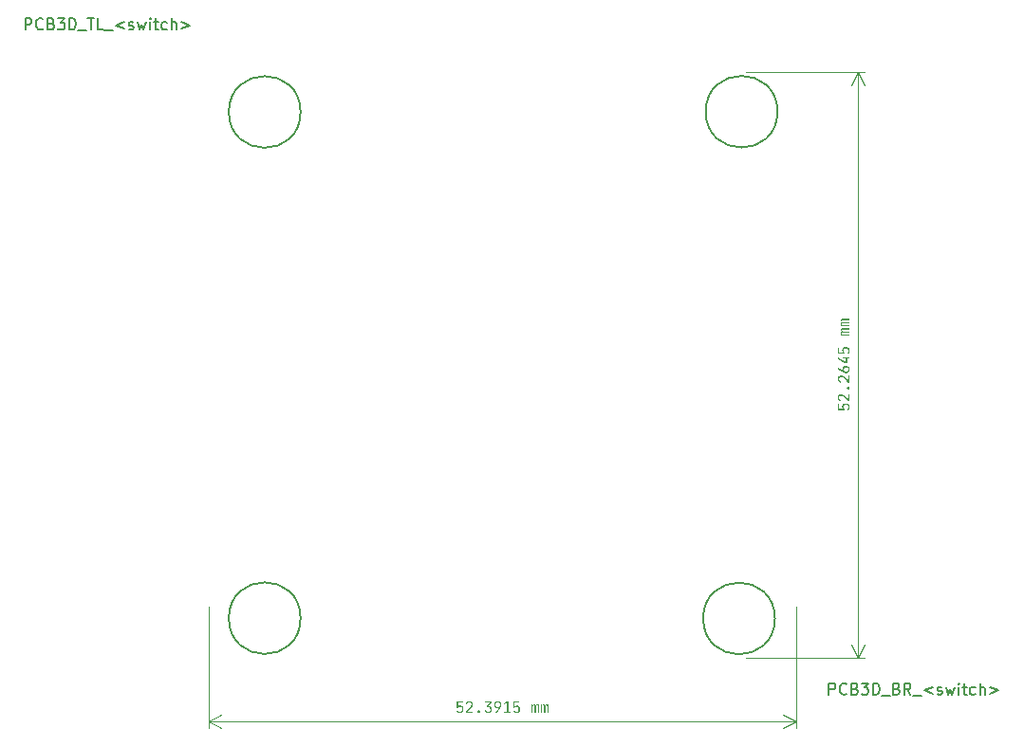
<source format=gbr>
%TF.GenerationSoftware,KiCad,Pcbnew,7.99.0-3012-g423a5b9961*%
%TF.CreationDate,2023-10-25T09:00:31-04:00*%
%TF.ProjectId,switch,73776974-6368-42e6-9b69-6361645f7063,rev?*%
%TF.SameCoordinates,Original*%
%TF.FileFunction,Other,Comment*%
%FSLAX46Y46*%
G04 Gerber Fmt 4.6, Leading zero omitted, Abs format (unit mm)*
G04 Created by KiCad (PCBNEW 7.99.0-3012-g423a5b9961) date 2023-10-25 09:00:31*
%MOMM*%
%LPD*%
G01*
G04 APERTURE LIST*
%ADD10C,0.150000*%
%ADD11C,0.100000*%
G04 APERTURE END LIST*
D10*
X88336779Y-67769819D02*
X88336779Y-66769819D01*
X88336779Y-66769819D02*
X88717731Y-66769819D01*
X88717731Y-66769819D02*
X88812969Y-66817438D01*
X88812969Y-66817438D02*
X88860588Y-66865057D01*
X88860588Y-66865057D02*
X88908207Y-66960295D01*
X88908207Y-66960295D02*
X88908207Y-67103152D01*
X88908207Y-67103152D02*
X88860588Y-67198390D01*
X88860588Y-67198390D02*
X88812969Y-67246009D01*
X88812969Y-67246009D02*
X88717731Y-67293628D01*
X88717731Y-67293628D02*
X88336779Y-67293628D01*
X89908207Y-67674580D02*
X89860588Y-67722200D01*
X89860588Y-67722200D02*
X89717731Y-67769819D01*
X89717731Y-67769819D02*
X89622493Y-67769819D01*
X89622493Y-67769819D02*
X89479636Y-67722200D01*
X89479636Y-67722200D02*
X89384398Y-67626961D01*
X89384398Y-67626961D02*
X89336779Y-67531723D01*
X89336779Y-67531723D02*
X89289160Y-67341247D01*
X89289160Y-67341247D02*
X89289160Y-67198390D01*
X89289160Y-67198390D02*
X89336779Y-67007914D01*
X89336779Y-67007914D02*
X89384398Y-66912676D01*
X89384398Y-66912676D02*
X89479636Y-66817438D01*
X89479636Y-66817438D02*
X89622493Y-66769819D01*
X89622493Y-66769819D02*
X89717731Y-66769819D01*
X89717731Y-66769819D02*
X89860588Y-66817438D01*
X89860588Y-66817438D02*
X89908207Y-66865057D01*
X90670112Y-67246009D02*
X90812969Y-67293628D01*
X90812969Y-67293628D02*
X90860588Y-67341247D01*
X90860588Y-67341247D02*
X90908207Y-67436485D01*
X90908207Y-67436485D02*
X90908207Y-67579342D01*
X90908207Y-67579342D02*
X90860588Y-67674580D01*
X90860588Y-67674580D02*
X90812969Y-67722200D01*
X90812969Y-67722200D02*
X90717731Y-67769819D01*
X90717731Y-67769819D02*
X90336779Y-67769819D01*
X90336779Y-67769819D02*
X90336779Y-66769819D01*
X90336779Y-66769819D02*
X90670112Y-66769819D01*
X90670112Y-66769819D02*
X90765350Y-66817438D01*
X90765350Y-66817438D02*
X90812969Y-66865057D01*
X90812969Y-66865057D02*
X90860588Y-66960295D01*
X90860588Y-66960295D02*
X90860588Y-67055533D01*
X90860588Y-67055533D02*
X90812969Y-67150771D01*
X90812969Y-67150771D02*
X90765350Y-67198390D01*
X90765350Y-67198390D02*
X90670112Y-67246009D01*
X90670112Y-67246009D02*
X90336779Y-67246009D01*
X91241541Y-66769819D02*
X91860588Y-66769819D01*
X91860588Y-66769819D02*
X91527255Y-67150771D01*
X91527255Y-67150771D02*
X91670112Y-67150771D01*
X91670112Y-67150771D02*
X91765350Y-67198390D01*
X91765350Y-67198390D02*
X91812969Y-67246009D01*
X91812969Y-67246009D02*
X91860588Y-67341247D01*
X91860588Y-67341247D02*
X91860588Y-67579342D01*
X91860588Y-67579342D02*
X91812969Y-67674580D01*
X91812969Y-67674580D02*
X91765350Y-67722200D01*
X91765350Y-67722200D02*
X91670112Y-67769819D01*
X91670112Y-67769819D02*
X91384398Y-67769819D01*
X91384398Y-67769819D02*
X91289160Y-67722200D01*
X91289160Y-67722200D02*
X91241541Y-67674580D01*
X92289160Y-67769819D02*
X92289160Y-66769819D01*
X92289160Y-66769819D02*
X92527255Y-66769819D01*
X92527255Y-66769819D02*
X92670112Y-66817438D01*
X92670112Y-66817438D02*
X92765350Y-66912676D01*
X92765350Y-66912676D02*
X92812969Y-67007914D01*
X92812969Y-67007914D02*
X92860588Y-67198390D01*
X92860588Y-67198390D02*
X92860588Y-67341247D01*
X92860588Y-67341247D02*
X92812969Y-67531723D01*
X92812969Y-67531723D02*
X92765350Y-67626961D01*
X92765350Y-67626961D02*
X92670112Y-67722200D01*
X92670112Y-67722200D02*
X92527255Y-67769819D01*
X92527255Y-67769819D02*
X92289160Y-67769819D01*
X93051065Y-67865057D02*
X93812969Y-67865057D01*
X93908208Y-66769819D02*
X94479636Y-66769819D01*
X94193922Y-67769819D02*
X94193922Y-66769819D01*
X95289160Y-67769819D02*
X94812970Y-67769819D01*
X94812970Y-67769819D02*
X94812970Y-66769819D01*
X95384399Y-67865057D02*
X96146303Y-67865057D01*
X97146304Y-67103152D02*
X96384399Y-67388866D01*
X96384399Y-67388866D02*
X97146304Y-67674580D01*
X97574875Y-67722200D02*
X97670113Y-67769819D01*
X97670113Y-67769819D02*
X97860589Y-67769819D01*
X97860589Y-67769819D02*
X97955827Y-67722200D01*
X97955827Y-67722200D02*
X98003446Y-67626961D01*
X98003446Y-67626961D02*
X98003446Y-67579342D01*
X98003446Y-67579342D02*
X97955827Y-67484104D01*
X97955827Y-67484104D02*
X97860589Y-67436485D01*
X97860589Y-67436485D02*
X97717732Y-67436485D01*
X97717732Y-67436485D02*
X97622494Y-67388866D01*
X97622494Y-67388866D02*
X97574875Y-67293628D01*
X97574875Y-67293628D02*
X97574875Y-67246009D01*
X97574875Y-67246009D02*
X97622494Y-67150771D01*
X97622494Y-67150771D02*
X97717732Y-67103152D01*
X97717732Y-67103152D02*
X97860589Y-67103152D01*
X97860589Y-67103152D02*
X97955827Y-67150771D01*
X98336780Y-67103152D02*
X98527256Y-67769819D01*
X98527256Y-67769819D02*
X98717732Y-67293628D01*
X98717732Y-67293628D02*
X98908208Y-67769819D01*
X98908208Y-67769819D02*
X99098684Y-67103152D01*
X99479637Y-67769819D02*
X99479637Y-67103152D01*
X99479637Y-66769819D02*
X99432018Y-66817438D01*
X99432018Y-66817438D02*
X99479637Y-66865057D01*
X99479637Y-66865057D02*
X99527256Y-66817438D01*
X99527256Y-66817438D02*
X99479637Y-66769819D01*
X99479637Y-66769819D02*
X99479637Y-66865057D01*
X99812970Y-67103152D02*
X100193922Y-67103152D01*
X99955827Y-66769819D02*
X99955827Y-67626961D01*
X99955827Y-67626961D02*
X100003446Y-67722200D01*
X100003446Y-67722200D02*
X100098684Y-67769819D01*
X100098684Y-67769819D02*
X100193922Y-67769819D01*
X100955827Y-67722200D02*
X100860589Y-67769819D01*
X100860589Y-67769819D02*
X100670113Y-67769819D01*
X100670113Y-67769819D02*
X100574875Y-67722200D01*
X100574875Y-67722200D02*
X100527256Y-67674580D01*
X100527256Y-67674580D02*
X100479637Y-67579342D01*
X100479637Y-67579342D02*
X100479637Y-67293628D01*
X100479637Y-67293628D02*
X100527256Y-67198390D01*
X100527256Y-67198390D02*
X100574875Y-67150771D01*
X100574875Y-67150771D02*
X100670113Y-67103152D01*
X100670113Y-67103152D02*
X100860589Y-67103152D01*
X100860589Y-67103152D02*
X100955827Y-67150771D01*
X101384399Y-67769819D02*
X101384399Y-66769819D01*
X101812970Y-67769819D02*
X101812970Y-67246009D01*
X101812970Y-67246009D02*
X101765351Y-67150771D01*
X101765351Y-67150771D02*
X101670113Y-67103152D01*
X101670113Y-67103152D02*
X101527256Y-67103152D01*
X101527256Y-67103152D02*
X101432018Y-67150771D01*
X101432018Y-67150771D02*
X101384399Y-67198390D01*
X102289161Y-67103152D02*
X103051066Y-67388866D01*
X103051066Y-67388866D02*
X102289161Y-67674580D01*
X160036779Y-127169819D02*
X160036779Y-126169819D01*
X160036779Y-126169819D02*
X160417731Y-126169819D01*
X160417731Y-126169819D02*
X160512969Y-126217438D01*
X160512969Y-126217438D02*
X160560588Y-126265057D01*
X160560588Y-126265057D02*
X160608207Y-126360295D01*
X160608207Y-126360295D02*
X160608207Y-126503152D01*
X160608207Y-126503152D02*
X160560588Y-126598390D01*
X160560588Y-126598390D02*
X160512969Y-126646009D01*
X160512969Y-126646009D02*
X160417731Y-126693628D01*
X160417731Y-126693628D02*
X160036779Y-126693628D01*
X161608207Y-127074580D02*
X161560588Y-127122200D01*
X161560588Y-127122200D02*
X161417731Y-127169819D01*
X161417731Y-127169819D02*
X161322493Y-127169819D01*
X161322493Y-127169819D02*
X161179636Y-127122200D01*
X161179636Y-127122200D02*
X161084398Y-127026961D01*
X161084398Y-127026961D02*
X161036779Y-126931723D01*
X161036779Y-126931723D02*
X160989160Y-126741247D01*
X160989160Y-126741247D02*
X160989160Y-126598390D01*
X160989160Y-126598390D02*
X161036779Y-126407914D01*
X161036779Y-126407914D02*
X161084398Y-126312676D01*
X161084398Y-126312676D02*
X161179636Y-126217438D01*
X161179636Y-126217438D02*
X161322493Y-126169819D01*
X161322493Y-126169819D02*
X161417731Y-126169819D01*
X161417731Y-126169819D02*
X161560588Y-126217438D01*
X161560588Y-126217438D02*
X161608207Y-126265057D01*
X162370112Y-126646009D02*
X162512969Y-126693628D01*
X162512969Y-126693628D02*
X162560588Y-126741247D01*
X162560588Y-126741247D02*
X162608207Y-126836485D01*
X162608207Y-126836485D02*
X162608207Y-126979342D01*
X162608207Y-126979342D02*
X162560588Y-127074580D01*
X162560588Y-127074580D02*
X162512969Y-127122200D01*
X162512969Y-127122200D02*
X162417731Y-127169819D01*
X162417731Y-127169819D02*
X162036779Y-127169819D01*
X162036779Y-127169819D02*
X162036779Y-126169819D01*
X162036779Y-126169819D02*
X162370112Y-126169819D01*
X162370112Y-126169819D02*
X162465350Y-126217438D01*
X162465350Y-126217438D02*
X162512969Y-126265057D01*
X162512969Y-126265057D02*
X162560588Y-126360295D01*
X162560588Y-126360295D02*
X162560588Y-126455533D01*
X162560588Y-126455533D02*
X162512969Y-126550771D01*
X162512969Y-126550771D02*
X162465350Y-126598390D01*
X162465350Y-126598390D02*
X162370112Y-126646009D01*
X162370112Y-126646009D02*
X162036779Y-126646009D01*
X162941541Y-126169819D02*
X163560588Y-126169819D01*
X163560588Y-126169819D02*
X163227255Y-126550771D01*
X163227255Y-126550771D02*
X163370112Y-126550771D01*
X163370112Y-126550771D02*
X163465350Y-126598390D01*
X163465350Y-126598390D02*
X163512969Y-126646009D01*
X163512969Y-126646009D02*
X163560588Y-126741247D01*
X163560588Y-126741247D02*
X163560588Y-126979342D01*
X163560588Y-126979342D02*
X163512969Y-127074580D01*
X163512969Y-127074580D02*
X163465350Y-127122200D01*
X163465350Y-127122200D02*
X163370112Y-127169819D01*
X163370112Y-127169819D02*
X163084398Y-127169819D01*
X163084398Y-127169819D02*
X162989160Y-127122200D01*
X162989160Y-127122200D02*
X162941541Y-127074580D01*
X163989160Y-127169819D02*
X163989160Y-126169819D01*
X163989160Y-126169819D02*
X164227255Y-126169819D01*
X164227255Y-126169819D02*
X164370112Y-126217438D01*
X164370112Y-126217438D02*
X164465350Y-126312676D01*
X164465350Y-126312676D02*
X164512969Y-126407914D01*
X164512969Y-126407914D02*
X164560588Y-126598390D01*
X164560588Y-126598390D02*
X164560588Y-126741247D01*
X164560588Y-126741247D02*
X164512969Y-126931723D01*
X164512969Y-126931723D02*
X164465350Y-127026961D01*
X164465350Y-127026961D02*
X164370112Y-127122200D01*
X164370112Y-127122200D02*
X164227255Y-127169819D01*
X164227255Y-127169819D02*
X163989160Y-127169819D01*
X164751065Y-127265057D02*
X165512969Y-127265057D01*
X166084398Y-126646009D02*
X166227255Y-126693628D01*
X166227255Y-126693628D02*
X166274874Y-126741247D01*
X166274874Y-126741247D02*
X166322493Y-126836485D01*
X166322493Y-126836485D02*
X166322493Y-126979342D01*
X166322493Y-126979342D02*
X166274874Y-127074580D01*
X166274874Y-127074580D02*
X166227255Y-127122200D01*
X166227255Y-127122200D02*
X166132017Y-127169819D01*
X166132017Y-127169819D02*
X165751065Y-127169819D01*
X165751065Y-127169819D02*
X165751065Y-126169819D01*
X165751065Y-126169819D02*
X166084398Y-126169819D01*
X166084398Y-126169819D02*
X166179636Y-126217438D01*
X166179636Y-126217438D02*
X166227255Y-126265057D01*
X166227255Y-126265057D02*
X166274874Y-126360295D01*
X166274874Y-126360295D02*
X166274874Y-126455533D01*
X166274874Y-126455533D02*
X166227255Y-126550771D01*
X166227255Y-126550771D02*
X166179636Y-126598390D01*
X166179636Y-126598390D02*
X166084398Y-126646009D01*
X166084398Y-126646009D02*
X165751065Y-126646009D01*
X167322493Y-127169819D02*
X166989160Y-126693628D01*
X166751065Y-127169819D02*
X166751065Y-126169819D01*
X166751065Y-126169819D02*
X167132017Y-126169819D01*
X167132017Y-126169819D02*
X167227255Y-126217438D01*
X167227255Y-126217438D02*
X167274874Y-126265057D01*
X167274874Y-126265057D02*
X167322493Y-126360295D01*
X167322493Y-126360295D02*
X167322493Y-126503152D01*
X167322493Y-126503152D02*
X167274874Y-126598390D01*
X167274874Y-126598390D02*
X167227255Y-126646009D01*
X167227255Y-126646009D02*
X167132017Y-126693628D01*
X167132017Y-126693628D02*
X166751065Y-126693628D01*
X167512970Y-127265057D02*
X168274874Y-127265057D01*
X169274875Y-126503152D02*
X168512970Y-126788866D01*
X168512970Y-126788866D02*
X169274875Y-127074580D01*
X169703446Y-127122200D02*
X169798684Y-127169819D01*
X169798684Y-127169819D02*
X169989160Y-127169819D01*
X169989160Y-127169819D02*
X170084398Y-127122200D01*
X170084398Y-127122200D02*
X170132017Y-127026961D01*
X170132017Y-127026961D02*
X170132017Y-126979342D01*
X170132017Y-126979342D02*
X170084398Y-126884104D01*
X170084398Y-126884104D02*
X169989160Y-126836485D01*
X169989160Y-126836485D02*
X169846303Y-126836485D01*
X169846303Y-126836485D02*
X169751065Y-126788866D01*
X169751065Y-126788866D02*
X169703446Y-126693628D01*
X169703446Y-126693628D02*
X169703446Y-126646009D01*
X169703446Y-126646009D02*
X169751065Y-126550771D01*
X169751065Y-126550771D02*
X169846303Y-126503152D01*
X169846303Y-126503152D02*
X169989160Y-126503152D01*
X169989160Y-126503152D02*
X170084398Y-126550771D01*
X170465351Y-126503152D02*
X170655827Y-127169819D01*
X170655827Y-127169819D02*
X170846303Y-126693628D01*
X170846303Y-126693628D02*
X171036779Y-127169819D01*
X171036779Y-127169819D02*
X171227255Y-126503152D01*
X171608208Y-127169819D02*
X171608208Y-126503152D01*
X171608208Y-126169819D02*
X171560589Y-126217438D01*
X171560589Y-126217438D02*
X171608208Y-126265057D01*
X171608208Y-126265057D02*
X171655827Y-126217438D01*
X171655827Y-126217438D02*
X171608208Y-126169819D01*
X171608208Y-126169819D02*
X171608208Y-126265057D01*
X171941541Y-126503152D02*
X172322493Y-126503152D01*
X172084398Y-126169819D02*
X172084398Y-127026961D01*
X172084398Y-127026961D02*
X172132017Y-127122200D01*
X172132017Y-127122200D02*
X172227255Y-127169819D01*
X172227255Y-127169819D02*
X172322493Y-127169819D01*
X173084398Y-127122200D02*
X172989160Y-127169819D01*
X172989160Y-127169819D02*
X172798684Y-127169819D01*
X172798684Y-127169819D02*
X172703446Y-127122200D01*
X172703446Y-127122200D02*
X172655827Y-127074580D01*
X172655827Y-127074580D02*
X172608208Y-126979342D01*
X172608208Y-126979342D02*
X172608208Y-126693628D01*
X172608208Y-126693628D02*
X172655827Y-126598390D01*
X172655827Y-126598390D02*
X172703446Y-126550771D01*
X172703446Y-126550771D02*
X172798684Y-126503152D01*
X172798684Y-126503152D02*
X172989160Y-126503152D01*
X172989160Y-126503152D02*
X173084398Y-126550771D01*
X173512970Y-127169819D02*
X173512970Y-126169819D01*
X173941541Y-127169819D02*
X173941541Y-126646009D01*
X173941541Y-126646009D02*
X173893922Y-126550771D01*
X173893922Y-126550771D02*
X173798684Y-126503152D01*
X173798684Y-126503152D02*
X173655827Y-126503152D01*
X173655827Y-126503152D02*
X173560589Y-126550771D01*
X173560589Y-126550771D02*
X173512970Y-126598390D01*
X174417732Y-126503152D02*
X175179637Y-126788866D01*
X175179637Y-126788866D02*
X174417732Y-127074580D01*
G36*
X126946288Y-128592019D02*
G01*
X126949234Y-128601508D01*
X126952760Y-128610649D01*
X126958362Y-128622296D01*
X126964995Y-128633325D01*
X126972658Y-128643736D01*
X126979081Y-128651139D01*
X126986085Y-128658193D01*
X126993667Y-128664900D01*
X127001830Y-128671259D01*
X127007593Y-128675306D01*
X127016659Y-128680936D01*
X127026180Y-128686013D01*
X127036157Y-128690536D01*
X127046588Y-128694505D01*
X127057475Y-128697921D01*
X127068816Y-128700782D01*
X127080613Y-128703090D01*
X127092864Y-128704844D01*
X127105571Y-128706044D01*
X127118733Y-128706690D01*
X127127761Y-128706813D01*
X127138369Y-128706617D01*
X127148701Y-128706031D01*
X127158756Y-128705053D01*
X127168534Y-128703684D01*
X127182683Y-128700896D01*
X127196209Y-128697229D01*
X127209112Y-128692682D01*
X127221393Y-128687254D01*
X127233052Y-128680947D01*
X127244088Y-128673759D01*
X127254501Y-128665691D01*
X127264292Y-128656743D01*
X127273328Y-128646996D01*
X127281474Y-128636622D01*
X127288732Y-128625621D01*
X127295101Y-128613993D01*
X127300582Y-128601738D01*
X127305174Y-128588857D01*
X127308877Y-128575349D01*
X127311691Y-128561214D01*
X127313073Y-128551442D01*
X127314061Y-128541392D01*
X127314653Y-128531063D01*
X127314851Y-128520456D01*
X127314851Y-128448648D01*
X127314653Y-128438042D01*
X127314061Y-128427716D01*
X127313073Y-128417670D01*
X127311691Y-128407905D01*
X127308877Y-128393784D01*
X127305174Y-128380294D01*
X127300582Y-128367434D01*
X127295101Y-128355206D01*
X127288732Y-128343609D01*
X127281474Y-128332643D01*
X127273328Y-128322309D01*
X127264292Y-128312605D01*
X127254489Y-128303613D01*
X127244036Y-128295506D01*
X127232936Y-128288283D01*
X127221187Y-128281945D01*
X127208790Y-128276491D01*
X127195745Y-128271921D01*
X127182052Y-128268236D01*
X127167710Y-128265436D01*
X127157788Y-128264060D01*
X127147579Y-128263077D01*
X127137081Y-128262487D01*
X127126295Y-128262291D01*
X127112990Y-128262600D01*
X127100123Y-128263527D01*
X127087695Y-128265073D01*
X127075706Y-128267237D01*
X127064156Y-128270019D01*
X127053045Y-128273419D01*
X127042373Y-128277438D01*
X127032140Y-128282075D01*
X127022345Y-128287330D01*
X127012989Y-128293203D01*
X127004073Y-128299694D01*
X126995595Y-128306804D01*
X126987556Y-128314532D01*
X126979956Y-128322878D01*
X126972794Y-128331843D01*
X126966072Y-128341426D01*
X126836623Y-128341426D01*
X126843706Y-127773317D01*
X127400824Y-127773317D01*
X127400824Y-127887134D01*
X126966072Y-127887134D01*
X126961920Y-128256673D01*
X126970224Y-128256673D01*
X126974533Y-128247493D01*
X126979521Y-128238575D01*
X126985190Y-128229919D01*
X126991538Y-128221525D01*
X126998566Y-128213394D01*
X127006274Y-128205525D01*
X127009547Y-128202451D01*
X127018623Y-128195127D01*
X127027039Y-128189168D01*
X127036231Y-128183339D01*
X127046197Y-128177642D01*
X127056939Y-128172077D01*
X127066090Y-128167718D01*
X127070852Y-128165571D01*
X127080889Y-128161564D01*
X127091704Y-128158091D01*
X127103298Y-128155152D01*
X127115671Y-128152748D01*
X127125461Y-128151295D01*
X127135689Y-128150143D01*
X127146355Y-128149292D01*
X127157459Y-128148741D01*
X127169001Y-128148490D01*
X127172946Y-128148474D01*
X127188726Y-128148790D01*
X127204071Y-128149737D01*
X127218982Y-128151316D01*
X127233457Y-128153527D01*
X127247497Y-128156369D01*
X127261102Y-128159842D01*
X127274272Y-128163948D01*
X127287007Y-128168685D01*
X127299307Y-128174053D01*
X127311172Y-128180054D01*
X127322602Y-128186685D01*
X127333596Y-128193949D01*
X127344156Y-128201844D01*
X127354281Y-128210370D01*
X127363970Y-128219528D01*
X127373225Y-128229318D01*
X127382009Y-128239650D01*
X127390226Y-128250434D01*
X127397877Y-128261670D01*
X127404961Y-128273358D01*
X127411478Y-128285499D01*
X127417429Y-128298092D01*
X127422813Y-128311137D01*
X127427630Y-128324634D01*
X127431880Y-128338583D01*
X127435564Y-128352985D01*
X127438681Y-128367839D01*
X127441231Y-128383145D01*
X127443215Y-128398904D01*
X127444631Y-128415114D01*
X127445482Y-128431777D01*
X127445765Y-128448892D01*
X127445765Y-128520211D01*
X127445567Y-128532968D01*
X127444975Y-128545502D01*
X127443987Y-128557812D01*
X127442605Y-128569899D01*
X127440828Y-128581763D01*
X127438655Y-128593404D01*
X127436088Y-128604821D01*
X127433125Y-128616016D01*
X127429768Y-128626986D01*
X127426016Y-128637734D01*
X127423295Y-128644775D01*
X127418914Y-128655066D01*
X127414198Y-128665057D01*
X127409148Y-128674747D01*
X127403763Y-128684136D01*
X127398043Y-128693225D01*
X127391988Y-128702014D01*
X127385598Y-128710502D01*
X127378873Y-128718689D01*
X127371813Y-128726576D01*
X127364419Y-128734162D01*
X127359303Y-128739053D01*
X127351363Y-128746138D01*
X127343114Y-128752923D01*
X127334556Y-128759408D01*
X127325689Y-128765591D01*
X127316513Y-128771475D01*
X127307027Y-128777057D01*
X127297233Y-128782340D01*
X127287129Y-128787321D01*
X127276716Y-128792003D01*
X127265995Y-128796383D01*
X127258675Y-128799137D01*
X127247468Y-128802978D01*
X127236012Y-128806441D01*
X127224307Y-128809527D01*
X127212353Y-128812234D01*
X127200150Y-128814564D01*
X127187697Y-128816516D01*
X127174996Y-128818090D01*
X127162046Y-128819287D01*
X127148847Y-128820105D01*
X127135399Y-128820546D01*
X127126295Y-128820630D01*
X127110325Y-128820388D01*
X127094715Y-128819661D01*
X127079466Y-128818449D01*
X127064578Y-128816753D01*
X127050050Y-128814572D01*
X127035883Y-128811906D01*
X127022077Y-128808756D01*
X127008631Y-128805121D01*
X126995546Y-128801001D01*
X126982822Y-128796397D01*
X126970458Y-128791308D01*
X126958455Y-128785734D01*
X126946812Y-128779675D01*
X126935530Y-128773132D01*
X126924609Y-128766105D01*
X126914048Y-128758592D01*
X126903921Y-128750643D01*
X126894299Y-128742365D01*
X126885183Y-128733760D01*
X126876572Y-128724826D01*
X126868467Y-128715564D01*
X126860868Y-128705973D01*
X126853775Y-128696055D01*
X126847187Y-128685808D01*
X126841104Y-128675233D01*
X126835528Y-128664330D01*
X126830457Y-128653099D01*
X126825892Y-128641539D01*
X126821832Y-128629651D01*
X126818278Y-128617435D01*
X126815230Y-128604891D01*
X126812687Y-128592019D01*
X126946288Y-128592019D01*
G37*
G36*
X127637740Y-128044671D02*
G01*
X127638474Y-128032681D01*
X127639577Y-128020894D01*
X127641050Y-128009308D01*
X127642892Y-127997925D01*
X127645103Y-127986743D01*
X127647683Y-127975763D01*
X127650633Y-127964984D01*
X127653951Y-127954408D01*
X127657639Y-127944033D01*
X127661697Y-127933860D01*
X127664606Y-127927190D01*
X127669260Y-127917346D01*
X127674244Y-127907781D01*
X127679558Y-127898495D01*
X127685203Y-127889489D01*
X127691179Y-127880761D01*
X127697485Y-127872312D01*
X127704122Y-127864143D01*
X127711089Y-127856252D01*
X127718387Y-127848641D01*
X127726015Y-127841309D01*
X127731285Y-127836576D01*
X127739480Y-127829715D01*
X127747946Y-127823146D01*
X127756682Y-127816869D01*
X127765689Y-127810884D01*
X127774966Y-127805191D01*
X127784513Y-127799790D01*
X127794332Y-127794681D01*
X127804420Y-127789864D01*
X127814779Y-127785339D01*
X127825409Y-127781106D01*
X127832646Y-127778446D01*
X127843709Y-127774736D01*
X127855008Y-127771390D01*
X127866544Y-127768410D01*
X127878315Y-127765795D01*
X127890323Y-127763544D01*
X127902567Y-127761659D01*
X127915047Y-127760138D01*
X127927763Y-127758983D01*
X127940715Y-127758192D01*
X127953904Y-127757766D01*
X127962827Y-127757685D01*
X127975892Y-127757863D01*
X127988707Y-127758398D01*
X128001274Y-127759289D01*
X128013591Y-127760536D01*
X128025660Y-127762140D01*
X128037479Y-127764099D01*
X128049050Y-127766416D01*
X128060371Y-127769088D01*
X128071444Y-127772117D01*
X128082267Y-127775502D01*
X128089345Y-127777957D01*
X128099773Y-127781865D01*
X128109901Y-127786077D01*
X128119729Y-127790595D01*
X128129256Y-127795417D01*
X128138482Y-127800544D01*
X128147408Y-127805976D01*
X128156033Y-127811712D01*
X128164358Y-127817754D01*
X128172382Y-127824100D01*
X128180106Y-127830751D01*
X128185088Y-127835354D01*
X128192306Y-127842501D01*
X128199216Y-127849926D01*
X128205816Y-127857630D01*
X128212107Y-127865614D01*
X128218089Y-127873876D01*
X128223762Y-127882418D01*
X128229126Y-127891239D01*
X128234181Y-127900338D01*
X128238926Y-127909717D01*
X128243363Y-127919375D01*
X128246149Y-127925968D01*
X128250077Y-127936066D01*
X128253619Y-127946390D01*
X128256775Y-127956943D01*
X128259544Y-127967723D01*
X128261927Y-127978730D01*
X128263923Y-127989965D01*
X128265533Y-128001427D01*
X128266757Y-128013117D01*
X128267594Y-128025035D01*
X128268045Y-128037180D01*
X128268131Y-128045403D01*
X128267885Y-128059936D01*
X128267150Y-128074407D01*
X128265924Y-128088817D01*
X128264207Y-128103167D01*
X128262001Y-128117455D01*
X128259303Y-128131682D01*
X128256116Y-128145848D01*
X128252438Y-128159953D01*
X128248270Y-128173997D01*
X128243611Y-128187980D01*
X128238462Y-128201902D01*
X128232822Y-128215763D01*
X128226692Y-128229562D01*
X128220072Y-128243301D01*
X128212961Y-128256979D01*
X128205360Y-128270595D01*
X128197256Y-128284199D01*
X128188576Y-128297901D01*
X128179320Y-128311700D01*
X128169487Y-128325596D01*
X128159078Y-128339589D01*
X128148093Y-128353680D01*
X128136531Y-128367868D01*
X128124394Y-128382153D01*
X128111680Y-128396536D01*
X128098389Y-128411016D01*
X128091528Y-128418292D01*
X128084523Y-128425593D01*
X128077374Y-128432918D01*
X128070080Y-128440268D01*
X128062643Y-128447641D01*
X128055061Y-128455040D01*
X128047335Y-128462462D01*
X128039466Y-128469909D01*
X128031452Y-128477380D01*
X128023294Y-128484875D01*
X128014992Y-128492395D01*
X128006546Y-128499939D01*
X127836309Y-128650881D01*
X127828370Y-128657109D01*
X127820678Y-128662605D01*
X127812312Y-128668223D01*
X127803825Y-128673840D01*
X127794938Y-128679511D01*
X127786535Y-128684618D01*
X127782820Y-128686785D01*
X127782820Y-128692647D01*
X127792581Y-128692076D01*
X127803564Y-128691595D01*
X127814364Y-128691297D01*
X127824981Y-128691183D01*
X127826295Y-128691181D01*
X127836218Y-128691181D01*
X127846201Y-128691181D01*
X127856246Y-128691181D01*
X127866351Y-128691181D01*
X127876380Y-128691181D01*
X127887116Y-128691181D01*
X127897272Y-128691181D01*
X127903720Y-128691181D01*
X128277900Y-128691181D01*
X128277900Y-128804999D01*
X127644823Y-128804999D01*
X127644823Y-128664315D01*
X127912269Y-128429353D01*
X127919742Y-128422719D01*
X127927080Y-128416130D01*
X127937832Y-128406327D01*
X127948280Y-128396624D01*
X127958423Y-128387019D01*
X127968261Y-128377512D01*
X127977795Y-128368105D01*
X127987023Y-128358796D01*
X127995947Y-128349586D01*
X128004566Y-128340475D01*
X128012880Y-128331463D01*
X128015583Y-128328481D01*
X128023500Y-128319563D01*
X128031128Y-128310672D01*
X128038469Y-128301806D01*
X128045522Y-128292966D01*
X128052288Y-128284152D01*
X128058766Y-128275364D01*
X128064956Y-128266601D01*
X128070859Y-128257864D01*
X128076474Y-128249153D01*
X128081801Y-128240467D01*
X128085193Y-128234691D01*
X128090103Y-128226038D01*
X128094761Y-128217389D01*
X128100577Y-128205864D01*
X128105943Y-128194347D01*
X128110858Y-128182837D01*
X128115323Y-128171334D01*
X128119338Y-128159840D01*
X128122902Y-128148353D01*
X128124516Y-128142612D01*
X128127492Y-128131003D01*
X128130072Y-128119256D01*
X128132255Y-128107372D01*
X128134041Y-128095351D01*
X128135430Y-128083192D01*
X128136423Y-128070896D01*
X128137018Y-128058463D01*
X128137216Y-128045892D01*
X128137032Y-128035948D01*
X128136066Y-128021527D01*
X128134270Y-128007698D01*
X128131646Y-127994462D01*
X128128194Y-127981818D01*
X128123913Y-127969767D01*
X128118803Y-127958308D01*
X128112864Y-127947441D01*
X128106097Y-127937167D01*
X128098502Y-127927486D01*
X128090078Y-127918397D01*
X128080949Y-127910016D01*
X128071241Y-127902460D01*
X128060954Y-127895728D01*
X128050087Y-127889821D01*
X128038640Y-127884737D01*
X128026613Y-127880478D01*
X128014008Y-127877044D01*
X128000822Y-127874433D01*
X127987057Y-127872647D01*
X127972712Y-127871686D01*
X127962827Y-127871502D01*
X127951885Y-127871688D01*
X127941223Y-127872247D01*
X127930842Y-127873177D01*
X127920741Y-127874479D01*
X127910921Y-127876153D01*
X127896716Y-127879363D01*
X127883143Y-127883409D01*
X127870201Y-127888293D01*
X127857889Y-127894014D01*
X127846209Y-127900572D01*
X127835160Y-127907967D01*
X127824743Y-127916199D01*
X127821410Y-127919130D01*
X127811982Y-127928326D01*
X127803481Y-127938055D01*
X127795908Y-127948316D01*
X127789262Y-127959109D01*
X127783543Y-127970435D01*
X127778752Y-127982293D01*
X127774888Y-127994684D01*
X127771951Y-128007607D01*
X127769942Y-128021062D01*
X127768860Y-128035050D01*
X127768654Y-128044671D01*
X127637740Y-128044671D01*
G37*
G36*
X128686763Y-128693380D02*
G01*
X128687053Y-128683133D01*
X128687922Y-128673278D01*
X128689983Y-128660745D01*
X128693074Y-128648907D01*
X128697196Y-128637764D01*
X128702348Y-128627315D01*
X128708530Y-128617560D01*
X128715743Y-128608500D01*
X128719736Y-128604231D01*
X128728322Y-128596331D01*
X128737596Y-128589485D01*
X128747556Y-128583692D01*
X128758204Y-128578952D01*
X128769538Y-128575265D01*
X128781560Y-128572632D01*
X128794268Y-128571052D01*
X128804250Y-128570558D01*
X128807663Y-128570525D01*
X128817774Y-128570822D01*
X128830654Y-128572138D01*
X128842847Y-128574508D01*
X128854353Y-128577931D01*
X128865172Y-128582408D01*
X128875304Y-128587938D01*
X128884750Y-128594521D01*
X128893508Y-128602157D01*
X128895590Y-128604231D01*
X128903318Y-128612943D01*
X128910016Y-128622351D01*
X128915683Y-128632452D01*
X128920320Y-128643249D01*
X128923926Y-128654740D01*
X128926502Y-128666925D01*
X128928048Y-128679805D01*
X128928531Y-128689921D01*
X128928563Y-128693380D01*
X128928273Y-128703902D01*
X128927404Y-128714039D01*
X128925955Y-128723789D01*
X128923121Y-128736188D01*
X128919257Y-128747901D01*
X128914363Y-128758926D01*
X128908438Y-128769264D01*
X128901483Y-128778916D01*
X128895590Y-128785703D01*
X128887004Y-128793889D01*
X128877730Y-128800984D01*
X128867770Y-128806987D01*
X128857122Y-128811898D01*
X128845788Y-128815718D01*
X128833766Y-128818447D01*
X128821058Y-128820084D01*
X128811076Y-128820596D01*
X128807663Y-128820630D01*
X128797552Y-128820323D01*
X128784672Y-128818959D01*
X128772479Y-128816503D01*
X128760973Y-128812956D01*
X128750154Y-128808317D01*
X128740022Y-128802587D01*
X128730576Y-128795765D01*
X128721818Y-128787852D01*
X128719736Y-128785703D01*
X128712008Y-128776567D01*
X128705310Y-128766744D01*
X128699643Y-128756234D01*
X128695006Y-128745037D01*
X128691400Y-128733153D01*
X128688824Y-128720582D01*
X128687568Y-128710703D01*
X128686892Y-128700438D01*
X128686763Y-128693380D01*
G37*
G36*
X129638333Y-128820630D02*
G01*
X129626058Y-128820456D01*
X129613964Y-128819935D01*
X129602050Y-128819065D01*
X129590316Y-128817848D01*
X129578763Y-128816283D01*
X129567390Y-128814370D01*
X129556197Y-128812110D01*
X129545185Y-128809502D01*
X129534353Y-128806546D01*
X129523701Y-128803242D01*
X129516700Y-128800846D01*
X129506427Y-128796949D01*
X129496398Y-128792769D01*
X129486614Y-128788306D01*
X129477075Y-128783559D01*
X129467781Y-128778528D01*
X129458731Y-128773214D01*
X129449927Y-128767617D01*
X129441366Y-128761737D01*
X129433051Y-128755573D01*
X129424980Y-128749126D01*
X129419736Y-128744671D01*
X129412086Y-128737718D01*
X129404706Y-128730508D01*
X129397597Y-128723041D01*
X129390758Y-128715316D01*
X129384190Y-128707333D01*
X129377893Y-128699093D01*
X129371866Y-128690595D01*
X129366109Y-128681839D01*
X129360623Y-128672826D01*
X129355407Y-128663555D01*
X129352080Y-128657232D01*
X129347404Y-128647516D01*
X129343084Y-128637602D01*
X129339121Y-128627492D01*
X129335514Y-128617183D01*
X129332263Y-128606678D01*
X129329369Y-128595974D01*
X129326830Y-128585074D01*
X129324649Y-128573975D01*
X129322823Y-128562680D01*
X129321354Y-128551186D01*
X129320573Y-128543414D01*
X129447091Y-128543414D01*
X129449556Y-128557033D01*
X129452738Y-128570136D01*
X129456637Y-128582724D01*
X129461253Y-128594797D01*
X129466586Y-128606355D01*
X129472636Y-128617397D01*
X129479403Y-128627924D01*
X129486887Y-128637936D01*
X129495088Y-128647433D01*
X129504006Y-128656415D01*
X129510350Y-128662116D01*
X129520314Y-128670104D01*
X129530700Y-128677306D01*
X129541506Y-128683723D01*
X129552733Y-128689353D01*
X129564381Y-128694198D01*
X129576450Y-128698258D01*
X129588939Y-128701531D01*
X129601849Y-128704019D01*
X129615180Y-128705722D01*
X129628931Y-128706638D01*
X129638333Y-128706813D01*
X129649278Y-128706599D01*
X129659948Y-128705958D01*
X129670344Y-128704889D01*
X129680465Y-128703393D01*
X129690311Y-128701470D01*
X129699882Y-128699119D01*
X129713724Y-128694792D01*
X129726947Y-128689502D01*
X129739552Y-128683251D01*
X129751539Y-128676038D01*
X129762908Y-128667864D01*
X129773659Y-128658728D01*
X129780482Y-128652102D01*
X129790041Y-128641539D01*
X129798660Y-128630367D01*
X129806339Y-128618584D01*
X129813077Y-128606192D01*
X129818875Y-128593191D01*
X129823733Y-128579580D01*
X129826450Y-128570167D01*
X129828748Y-128560483D01*
X129830628Y-128550528D01*
X129832091Y-128540302D01*
X129833136Y-128529806D01*
X129833762Y-128519038D01*
X129833971Y-128507999D01*
X129833757Y-128496961D01*
X129833113Y-128486193D01*
X129832039Y-128475696D01*
X129830537Y-128465470D01*
X129828605Y-128455516D01*
X129826243Y-128445832D01*
X129823453Y-128436419D01*
X129818462Y-128422808D01*
X129812505Y-128409806D01*
X129805582Y-128397414D01*
X129797693Y-128385632D01*
X129788838Y-128374459D01*
X129779017Y-128363896D01*
X129768434Y-128354119D01*
X129757204Y-128345303D01*
X129745325Y-128337449D01*
X129732798Y-128330557D01*
X129719622Y-128324626D01*
X129705798Y-128319657D01*
X129696222Y-128316879D01*
X129686358Y-128314528D01*
X129676206Y-128312605D01*
X129665765Y-128311109D01*
X129655037Y-128310040D01*
X129644020Y-128309399D01*
X129632715Y-128309186D01*
X129514746Y-128309186D01*
X129514746Y-128173875D01*
X129715758Y-127961628D01*
X129722917Y-127954499D01*
X129730229Y-127947523D01*
X129737694Y-127940699D01*
X129745311Y-127934029D01*
X129753020Y-127927617D01*
X129761437Y-127920842D01*
X129769584Y-127914531D01*
X129774865Y-127910581D01*
X129782757Y-127904078D01*
X129790802Y-127897758D01*
X129798999Y-127891622D01*
X129807349Y-127885668D01*
X129807349Y-127882982D01*
X129797460Y-127883769D01*
X129787332Y-127884604D01*
X129776966Y-127885486D01*
X129774865Y-127885668D01*
X129765033Y-127886441D01*
X129754772Y-127886928D01*
X129744081Y-127887128D01*
X129741892Y-127887134D01*
X129731826Y-127887134D01*
X129721413Y-127887134D01*
X129710651Y-127887134D01*
X129704523Y-127887134D01*
X129351348Y-127887134D01*
X129351348Y-127773317D01*
X129914083Y-127773317D01*
X129914083Y-127920595D01*
X129676435Y-128153359D01*
X129669489Y-128160261D01*
X129662009Y-128167153D01*
X129659338Y-128169479D01*
X129651821Y-128175851D01*
X129643950Y-128182423D01*
X129636615Y-128189605D01*
X129630029Y-128195368D01*
X129644140Y-128195562D01*
X129657990Y-128196141D01*
X129671577Y-128197107D01*
X129684903Y-128198460D01*
X129697967Y-128200198D01*
X129710769Y-128202324D01*
X129723309Y-128204835D01*
X129735587Y-128207733D01*
X129747604Y-128211018D01*
X129759358Y-128214688D01*
X129767049Y-128217350D01*
X129778380Y-128221635D01*
X129789386Y-128226246D01*
X129800065Y-128231183D01*
X129810417Y-128236447D01*
X129820444Y-128242037D01*
X129830144Y-128247953D01*
X129839517Y-128254196D01*
X129848565Y-128260764D01*
X129857286Y-128267659D01*
X129865681Y-128274881D01*
X129871096Y-128279876D01*
X129878989Y-128287635D01*
X129886547Y-128295707D01*
X129893769Y-128304093D01*
X129900657Y-128312792D01*
X129907210Y-128321804D01*
X129913429Y-128331130D01*
X129919312Y-128340769D01*
X129924860Y-128350722D01*
X129930074Y-128360988D01*
X129934952Y-128371568D01*
X129938019Y-128378795D01*
X129942296Y-128389808D01*
X129946153Y-128401048D01*
X129949589Y-128412517D01*
X129952605Y-128424212D01*
X129955199Y-128436136D01*
X129957373Y-128448287D01*
X129959126Y-128460665D01*
X129960459Y-128473271D01*
X129961370Y-128486104D01*
X129961861Y-128499165D01*
X129961955Y-128507999D01*
X129961757Y-128521470D01*
X129961165Y-128534678D01*
X129960177Y-128547624D01*
X129958795Y-128560309D01*
X129957017Y-128572732D01*
X129954845Y-128584893D01*
X129952278Y-128596792D01*
X129949315Y-128608429D01*
X129945958Y-128619804D01*
X129942205Y-128630917D01*
X129939484Y-128638181D01*
X129935097Y-128648794D01*
X129930362Y-128659112D01*
X129925280Y-128669133D01*
X129919850Y-128678859D01*
X129914071Y-128688287D01*
X129907946Y-128697420D01*
X129901472Y-128706256D01*
X129894651Y-128714797D01*
X129887481Y-128723040D01*
X129879964Y-128730988D01*
X129874760Y-128736122D01*
X129866683Y-128743561D01*
X129858296Y-128750674D01*
X129849601Y-128757460D01*
X129840597Y-128763920D01*
X129831283Y-128770054D01*
X129821660Y-128775861D01*
X129811728Y-128781342D01*
X129801487Y-128786497D01*
X129790937Y-128791326D01*
X129780078Y-128795828D01*
X129772666Y-128798648D01*
X129761359Y-128802577D01*
X129749786Y-128806119D01*
X129737946Y-128809274D01*
X129725841Y-128812043D01*
X129713469Y-128814426D01*
X129700830Y-128816423D01*
X129687926Y-128818033D01*
X129674756Y-128819256D01*
X129661319Y-128820093D01*
X129647616Y-128820544D01*
X129638333Y-128820630D01*
G37*
G36*
X130497993Y-127757887D02*
G01*
X130511141Y-127758492D01*
X130524079Y-127759501D01*
X130536807Y-127760914D01*
X130549324Y-127762730D01*
X130561631Y-127764949D01*
X130573727Y-127767573D01*
X130585614Y-127770600D01*
X130597289Y-127774030D01*
X130608755Y-127777864D01*
X130616281Y-127780644D01*
X130627351Y-127785121D01*
X130638120Y-127789940D01*
X130648589Y-127795104D01*
X130658757Y-127800611D01*
X130668624Y-127806461D01*
X130678191Y-127812655D01*
X130687458Y-127819192D01*
X130696423Y-127826073D01*
X130705089Y-127833297D01*
X130713454Y-127840865D01*
X130718863Y-127846101D01*
X130726756Y-127854176D01*
X130734314Y-127862556D01*
X130741536Y-127871241D01*
X130748424Y-127880230D01*
X130754977Y-127889525D01*
X130761196Y-127899124D01*
X130767079Y-127909028D01*
X130772627Y-127919237D01*
X130777841Y-127929750D01*
X130782719Y-127940569D01*
X130785786Y-127947950D01*
X130790063Y-127959201D01*
X130793920Y-127970696D01*
X130797356Y-127982437D01*
X130800372Y-127994421D01*
X130802966Y-128006651D01*
X130805140Y-128019125D01*
X130806893Y-128031844D01*
X130808226Y-128044808D01*
X130809137Y-128058016D01*
X130809628Y-128071469D01*
X130809722Y-128080574D01*
X130809570Y-128091367D01*
X130809115Y-128102251D01*
X130808356Y-128113226D01*
X130807294Y-128124294D01*
X130805929Y-128135453D01*
X130804260Y-128146703D01*
X130802288Y-128158045D01*
X130800013Y-128169479D01*
X130797434Y-128181004D01*
X130794552Y-128192621D01*
X130791366Y-128204329D01*
X130787877Y-128216129D01*
X130784085Y-128228021D01*
X130779989Y-128240004D01*
X130775590Y-128252078D01*
X130770887Y-128264245D01*
X130765939Y-128276506D01*
X130760743Y-128288925D01*
X130755299Y-128301502D01*
X130749607Y-128314238D01*
X130743667Y-128327133D01*
X130737479Y-128340185D01*
X130731043Y-128353396D01*
X130724359Y-128366766D01*
X130717426Y-128380294D01*
X130710246Y-128393980D01*
X130702818Y-128407824D01*
X130695141Y-128421827D01*
X130687217Y-128435989D01*
X130679044Y-128450308D01*
X130670623Y-128464786D01*
X130661955Y-128479423D01*
X130470713Y-128804999D01*
X130317328Y-128804999D01*
X130531041Y-128462326D01*
X130536483Y-128453657D01*
X130541728Y-128445327D01*
X130548414Y-128434748D01*
X130554749Y-128424772D01*
X130560733Y-128415400D01*
X130566366Y-128406630D01*
X130572913Y-128396515D01*
X130578912Y-128387343D01*
X130584464Y-128378934D01*
X130590669Y-128369615D01*
X130596376Y-128361137D01*
X130602405Y-128352310D01*
X130608465Y-128343624D01*
X130614465Y-128335701D01*
X130620976Y-128327558D01*
X130627801Y-128319896D01*
X130628249Y-128319444D01*
X130607000Y-128319444D01*
X130602443Y-128328205D01*
X130597200Y-128336537D01*
X130591269Y-128344439D01*
X130584652Y-128351913D01*
X130577347Y-128358957D01*
X130574760Y-128361209D01*
X130566972Y-128367217D01*
X130558445Y-128372967D01*
X130549180Y-128378460D01*
X130539177Y-128383695D01*
X130530277Y-128387861D01*
X130524690Y-128390274D01*
X130514831Y-128393933D01*
X130504030Y-128396972D01*
X130492286Y-128399390D01*
X130482213Y-128400879D01*
X130471537Y-128401970D01*
X130460258Y-128402665D01*
X130448376Y-128402962D01*
X130445311Y-128402975D01*
X130433809Y-128402771D01*
X130422474Y-128402159D01*
X130411306Y-128401139D01*
X130400306Y-128399712D01*
X130389473Y-128397876D01*
X130378808Y-128395633D01*
X130368310Y-128392982D01*
X130357979Y-128389923D01*
X130347816Y-128386456D01*
X130337821Y-128382581D01*
X130331250Y-128379772D01*
X130321624Y-128375258D01*
X130312256Y-128370418D01*
X130303146Y-128365252D01*
X130294293Y-128359759D01*
X130285698Y-128353940D01*
X130277360Y-128347795D01*
X130269280Y-128341323D01*
X130261457Y-128334526D01*
X130253893Y-128327402D01*
X130246585Y-128319951D01*
X130241857Y-128314803D01*
X130235036Y-128306780D01*
X130228493Y-128298466D01*
X130222230Y-128289859D01*
X130216246Y-128280960D01*
X130210541Y-128271770D01*
X130205115Y-128262287D01*
X130199968Y-128252513D01*
X130195100Y-128242446D01*
X130190511Y-128232088D01*
X130186201Y-128221437D01*
X130183483Y-128214175D01*
X130179729Y-128203064D01*
X130176345Y-128191712D01*
X130173329Y-128180120D01*
X130170683Y-128168288D01*
X130168406Y-128156215D01*
X130166499Y-128143902D01*
X130164960Y-128131348D01*
X130163791Y-128118554D01*
X130162991Y-128105519D01*
X130162560Y-128092244D01*
X130162478Y-128083261D01*
X130162524Y-128080330D01*
X130289240Y-128080330D01*
X130289469Y-128092088D01*
X130290156Y-128103548D01*
X130291301Y-128114711D01*
X130292904Y-128125576D01*
X130294965Y-128136143D01*
X130297483Y-128146413D01*
X130300460Y-128156385D01*
X130303895Y-128166059D01*
X130307791Y-128175417D01*
X130312031Y-128184438D01*
X130316614Y-128193124D01*
X130322827Y-128203509D01*
X130329575Y-128213370D01*
X130336861Y-128222705D01*
X130344683Y-128231516D01*
X130353083Y-128239767D01*
X130361947Y-128247421D01*
X130371277Y-128254478D01*
X130381072Y-128260940D01*
X130391331Y-128266805D01*
X130402056Y-128272074D01*
X130406477Y-128274015D01*
X130417852Y-128278377D01*
X130427175Y-128281335D01*
X130436696Y-128283819D01*
X130446417Y-128285830D01*
X130456335Y-128287368D01*
X130466452Y-128288433D01*
X130476768Y-128289025D01*
X130484634Y-128289158D01*
X130495410Y-128288932D01*
X130505937Y-128288257D01*
X130516216Y-128287131D01*
X130526247Y-128285555D01*
X130536030Y-128283529D01*
X130545565Y-128281052D01*
X130559403Y-128276492D01*
X130572682Y-128270920D01*
X130585403Y-128264334D01*
X130597566Y-128256734D01*
X130609171Y-128248122D01*
X130620218Y-128238496D01*
X130627272Y-128231516D01*
X130634016Y-128224171D01*
X130640324Y-128216545D01*
X130646197Y-128208639D01*
X130651635Y-128200452D01*
X130656639Y-128191984D01*
X130661207Y-128183236D01*
X130665340Y-128174208D01*
X130669038Y-128164899D01*
X130672301Y-128155310D01*
X130675129Y-128145440D01*
X130677521Y-128135289D01*
X130679479Y-128124858D01*
X130681002Y-128114147D01*
X130682089Y-128103155D01*
X130682742Y-128091883D01*
X130682960Y-128080330D01*
X130682745Y-128068602D01*
X130682101Y-128057173D01*
X130681028Y-128046041D01*
X130679525Y-128035206D01*
X130677593Y-128024669D01*
X130675232Y-128014430D01*
X130672441Y-128004489D01*
X130669221Y-127994845D01*
X130665572Y-127985499D01*
X130661493Y-127976450D01*
X130656985Y-127967700D01*
X130652048Y-127959247D01*
X130643837Y-127947125D01*
X130637826Y-127939416D01*
X130631386Y-127932005D01*
X130628005Y-127928411D01*
X130621034Y-127921520D01*
X130610079Y-127912016D01*
X130598528Y-127903513D01*
X130586380Y-127896011D01*
X130573635Y-127889509D01*
X130560294Y-127884007D01*
X130546355Y-127879505D01*
X130536732Y-127877060D01*
X130526843Y-127875059D01*
X130516688Y-127873503D01*
X130506269Y-127872392D01*
X130495584Y-127871725D01*
X130484634Y-127871502D01*
X130474170Y-127871739D01*
X130463904Y-127872449D01*
X130453837Y-127873632D01*
X130443968Y-127875288D01*
X130434297Y-127877418D01*
X130424825Y-127880020D01*
X130415552Y-127883096D01*
X130406477Y-127886645D01*
X130395566Y-127891676D01*
X130385120Y-127897302D01*
X130375139Y-127903525D01*
X130365623Y-127910345D01*
X130356573Y-127917760D01*
X130347987Y-127925772D01*
X130344683Y-127929144D01*
X130336861Y-127937955D01*
X130329575Y-127947290D01*
X130322827Y-127957150D01*
X130316614Y-127967536D01*
X130312031Y-127976221D01*
X130307791Y-127985243D01*
X130303895Y-127994601D01*
X130300460Y-128004275D01*
X130297483Y-128014247D01*
X130294965Y-128024517D01*
X130292904Y-128035084D01*
X130291301Y-128045949D01*
X130290156Y-128057112D01*
X130289469Y-128068572D01*
X130289240Y-128080330D01*
X130162524Y-128080330D01*
X130162688Y-128069813D01*
X130163320Y-128056579D01*
X130164371Y-128043560D01*
X130165844Y-128030756D01*
X130167737Y-128018167D01*
X130170051Y-128005792D01*
X130172786Y-127993632D01*
X130175942Y-127981686D01*
X130179518Y-127969956D01*
X130183515Y-127958439D01*
X130186414Y-127950881D01*
X130191067Y-127939768D01*
X130196051Y-127928960D01*
X130201365Y-127918456D01*
X130207010Y-127908257D01*
X130212986Y-127898363D01*
X130219292Y-127888774D01*
X130225929Y-127879490D01*
X130232896Y-127870510D01*
X130240194Y-127861835D01*
X130247823Y-127853466D01*
X130253092Y-127848055D01*
X130261294Y-127840208D01*
X130269779Y-127832696D01*
X130278547Y-127825519D01*
X130287599Y-127818677D01*
X130296934Y-127812170D01*
X130306553Y-127805998D01*
X130316455Y-127800160D01*
X130326640Y-127794657D01*
X130337108Y-127789490D01*
X130347860Y-127784657D01*
X130355186Y-127781621D01*
X130366367Y-127777343D01*
X130377746Y-127773487D01*
X130389322Y-127770050D01*
X130401096Y-127767035D01*
X130413067Y-127764440D01*
X130425236Y-127762267D01*
X130437602Y-127760514D01*
X130450166Y-127759181D01*
X130462927Y-127758270D01*
X130475886Y-127757779D01*
X130484634Y-127757685D01*
X130497993Y-127757887D01*
G37*
G36*
X131029784Y-128804999D02*
G01*
X131029784Y-128691181D01*
X131308465Y-128691181D01*
X131308465Y-127994601D01*
X131308656Y-127984593D01*
X131309229Y-127974107D01*
X131310070Y-127964263D01*
X131310419Y-127960895D01*
X131311637Y-127950881D01*
X131312944Y-127940434D01*
X131314203Y-127930702D01*
X131314572Y-127927922D01*
X131315996Y-127918199D01*
X131317457Y-127908047D01*
X131318235Y-127902521D01*
X131319558Y-127892824D01*
X131319701Y-127891774D01*
X131308465Y-127891774D01*
X131301032Y-127899208D01*
X131293693Y-127906547D01*
X131291613Y-127908627D01*
X131283993Y-127914965D01*
X131276092Y-127921584D01*
X131273783Y-127923526D01*
X131266078Y-127929715D01*
X131257647Y-127935582D01*
X131253511Y-127938181D01*
X131034181Y-128080330D01*
X131034181Y-127943554D01*
X131273295Y-127773317D01*
X131434983Y-127773317D01*
X131434983Y-128691181D01*
X131662862Y-128691181D01*
X131662862Y-128804999D01*
X131029784Y-128804999D01*
G37*
G36*
X131981599Y-128592019D02*
G01*
X131984545Y-128601508D01*
X131988070Y-128610649D01*
X131993673Y-128622296D01*
X132000305Y-128633325D01*
X132007968Y-128643736D01*
X132014392Y-128651139D01*
X132021395Y-128658193D01*
X132028978Y-128664900D01*
X132037140Y-128671259D01*
X132042904Y-128675306D01*
X132051970Y-128680936D01*
X132061491Y-128686013D01*
X132071467Y-128690536D01*
X132081899Y-128694505D01*
X132092785Y-128697921D01*
X132104127Y-128700782D01*
X132115923Y-128703090D01*
X132128175Y-128704844D01*
X132140882Y-128706044D01*
X132154044Y-128706690D01*
X132163071Y-128706813D01*
X132173680Y-128706617D01*
X132184011Y-128706031D01*
X132194066Y-128705053D01*
X132203845Y-128703684D01*
X132217993Y-128700896D01*
X132231519Y-128697229D01*
X132244423Y-128692682D01*
X132256704Y-128687254D01*
X132268363Y-128680947D01*
X132279399Y-128673759D01*
X132289812Y-128665691D01*
X132299603Y-128656743D01*
X132308638Y-128646996D01*
X132316785Y-128636622D01*
X132324043Y-128625621D01*
X132330412Y-128613993D01*
X132335892Y-128601738D01*
X132340484Y-128588857D01*
X132344187Y-128575349D01*
X132347001Y-128561214D01*
X132348384Y-128551442D01*
X132349371Y-128541392D01*
X132349964Y-128531063D01*
X132350161Y-128520456D01*
X132350161Y-128448648D01*
X132349964Y-128438042D01*
X132349371Y-128427716D01*
X132348384Y-128417670D01*
X132347001Y-128407905D01*
X132344187Y-128393784D01*
X132340484Y-128380294D01*
X132335892Y-128367434D01*
X132330412Y-128355206D01*
X132324043Y-128343609D01*
X132316785Y-128332643D01*
X132308638Y-128322309D01*
X132299603Y-128312605D01*
X132289799Y-128303613D01*
X132279347Y-128295506D01*
X132268247Y-128288283D01*
X132256498Y-128281945D01*
X132244101Y-128276491D01*
X132231056Y-128271921D01*
X132217362Y-128268236D01*
X132203020Y-128265436D01*
X132193099Y-128264060D01*
X132182889Y-128263077D01*
X132172392Y-128262487D01*
X132161606Y-128262291D01*
X132148300Y-128262600D01*
X132135434Y-128263527D01*
X132123006Y-128265073D01*
X132111017Y-128267237D01*
X132099467Y-128270019D01*
X132088356Y-128273419D01*
X132077684Y-128277438D01*
X132067450Y-128282075D01*
X132057656Y-128287330D01*
X132048300Y-128293203D01*
X132039383Y-128299694D01*
X132030905Y-128306804D01*
X132022866Y-128314532D01*
X132015266Y-128322878D01*
X132008105Y-128331843D01*
X132001382Y-128341426D01*
X131871934Y-128341426D01*
X131879017Y-127773317D01*
X132436135Y-127773317D01*
X132436135Y-127887134D01*
X132001382Y-127887134D01*
X131997230Y-128256673D01*
X132005535Y-128256673D01*
X132009843Y-128247493D01*
X132014832Y-128238575D01*
X132020500Y-128229919D01*
X132026849Y-128221525D01*
X132033877Y-128213394D01*
X132041584Y-128205525D01*
X132044858Y-128202451D01*
X132053934Y-128195127D01*
X132062350Y-128189168D01*
X132071541Y-128183339D01*
X132081508Y-128177642D01*
X132092249Y-128172077D01*
X132101401Y-128167718D01*
X132106163Y-128165571D01*
X132116199Y-128161564D01*
X132127015Y-128158091D01*
X132138609Y-128155152D01*
X132150981Y-128152748D01*
X132160771Y-128151295D01*
X132171000Y-128150143D01*
X132181666Y-128149292D01*
X132192770Y-128148741D01*
X132204312Y-128148490D01*
X132208256Y-128148474D01*
X132224037Y-128148790D01*
X132239382Y-128149737D01*
X132254292Y-128151316D01*
X132268767Y-128153527D01*
X132282807Y-128156369D01*
X132296413Y-128159842D01*
X132309583Y-128163948D01*
X132322318Y-128168685D01*
X132334617Y-128174053D01*
X132346482Y-128180054D01*
X132357912Y-128186685D01*
X132368907Y-128193949D01*
X132379467Y-128201844D01*
X132389591Y-128210370D01*
X132399281Y-128219528D01*
X132408535Y-128229318D01*
X132417319Y-128239650D01*
X132425537Y-128250434D01*
X132433188Y-128261670D01*
X132440272Y-128273358D01*
X132446789Y-128285499D01*
X132452739Y-128298092D01*
X132458123Y-128311137D01*
X132462940Y-128324634D01*
X132467191Y-128338583D01*
X132470874Y-128352985D01*
X132473991Y-128367839D01*
X132476542Y-128383145D01*
X132478525Y-128398904D01*
X132479942Y-128415114D01*
X132480792Y-128431777D01*
X132481075Y-128448892D01*
X132481075Y-128520211D01*
X132480878Y-128532968D01*
X132480285Y-128545502D01*
X132479298Y-128557812D01*
X132477916Y-128569899D01*
X132476138Y-128581763D01*
X132473966Y-128593404D01*
X132471398Y-128604821D01*
X132468436Y-128616016D01*
X132465078Y-128626986D01*
X132461326Y-128637734D01*
X132458605Y-128644775D01*
X132454224Y-128655066D01*
X132449509Y-128665057D01*
X132444459Y-128674747D01*
X132439073Y-128684136D01*
X132433353Y-128693225D01*
X132427298Y-128702014D01*
X132420908Y-128710502D01*
X132414183Y-128718689D01*
X132407124Y-128726576D01*
X132399729Y-128734162D01*
X132394613Y-128739053D01*
X132386674Y-128746138D01*
X132378425Y-128752923D01*
X132369867Y-128759408D01*
X132361000Y-128765591D01*
X132351823Y-128771475D01*
X132342338Y-128777057D01*
X132332543Y-128782340D01*
X132322440Y-128787321D01*
X132312027Y-128792003D01*
X132301305Y-128796383D01*
X132293985Y-128799137D01*
X132282778Y-128802978D01*
X132271322Y-128806441D01*
X132259617Y-128809527D01*
X132247663Y-128812234D01*
X132235460Y-128814564D01*
X132223008Y-128816516D01*
X132210307Y-128818090D01*
X132197357Y-128819287D01*
X132184158Y-128820105D01*
X132170710Y-128820546D01*
X132161606Y-128820630D01*
X132145636Y-128820388D01*
X132130026Y-128819661D01*
X132114777Y-128818449D01*
X132099889Y-128816753D01*
X132085361Y-128814572D01*
X132071194Y-128811906D01*
X132057388Y-128808756D01*
X132043942Y-128805121D01*
X132030857Y-128801001D01*
X132018132Y-128796397D01*
X132005768Y-128791308D01*
X131993765Y-128785734D01*
X131982123Y-128779675D01*
X131970841Y-128773132D01*
X131959919Y-128766105D01*
X131949359Y-128758592D01*
X131939231Y-128750643D01*
X131929609Y-128742365D01*
X131920493Y-128733760D01*
X131911883Y-128724826D01*
X131903778Y-128715564D01*
X131896179Y-128705973D01*
X131889085Y-128696055D01*
X131882497Y-128685808D01*
X131876415Y-128675233D01*
X131870838Y-128664330D01*
X131865768Y-128653099D01*
X131861202Y-128641539D01*
X131857143Y-128629651D01*
X131853589Y-128617435D01*
X131850541Y-128604891D01*
X131847998Y-128592019D01*
X131981599Y-128592019D01*
G37*
G36*
X133508117Y-128804999D02*
G01*
X133508117Y-128023421D01*
X133616560Y-128023421D01*
X133616560Y-128137483D01*
X133626330Y-128137483D01*
X133627611Y-128125971D01*
X133629347Y-128114974D01*
X133631538Y-128104493D01*
X133634184Y-128094527D01*
X133637285Y-128085076D01*
X133642128Y-128073276D01*
X133647780Y-128062391D01*
X133654241Y-128052423D01*
X133661511Y-128043371D01*
X133663455Y-128041251D01*
X133671778Y-128033409D01*
X133680873Y-128026612D01*
X133690738Y-128020861D01*
X133701374Y-128016155D01*
X133712781Y-128012495D01*
X133724958Y-128009881D01*
X133737907Y-128008313D01*
X133748125Y-128007823D01*
X133751627Y-128007790D01*
X133764519Y-128008296D01*
X133776818Y-128009816D01*
X133788524Y-128012349D01*
X133799636Y-128015896D01*
X133810154Y-128020455D01*
X133820080Y-128026028D01*
X133829411Y-128032614D01*
X133838150Y-128040213D01*
X133846295Y-128048826D01*
X133853846Y-128058451D01*
X133860804Y-128069090D01*
X133867169Y-128080742D01*
X133872940Y-128093407D01*
X133878118Y-128107086D01*
X133882702Y-128121778D01*
X133886693Y-128137483D01*
X133894997Y-128137483D01*
X133896291Y-128125971D01*
X133898066Y-128114974D01*
X133900321Y-128104493D01*
X133903057Y-128094527D01*
X133906274Y-128085076D01*
X133911312Y-128073276D01*
X133917204Y-128062391D01*
X133923951Y-128052423D01*
X133931554Y-128043371D01*
X133933588Y-128041251D01*
X133942251Y-128033409D01*
X133951631Y-128026612D01*
X133961729Y-128020861D01*
X133972544Y-128016155D01*
X133984077Y-128012495D01*
X133996328Y-128009881D01*
X134009295Y-128008313D01*
X134019492Y-128007823D01*
X134022981Y-128007790D01*
X134036178Y-128008260D01*
X134048844Y-128009670D01*
X134060976Y-128012021D01*
X134072577Y-128015312D01*
X134083645Y-128019543D01*
X134094181Y-128024714D01*
X134104185Y-128030826D01*
X134113656Y-128037878D01*
X134122594Y-128045870D01*
X134131001Y-128054802D01*
X134136309Y-128061279D01*
X134143729Y-128071621D01*
X134150420Y-128082680D01*
X134156381Y-128094456D01*
X134161611Y-128106949D01*
X134166112Y-128120158D01*
X134169883Y-128134085D01*
X134171992Y-128143768D01*
X134173776Y-128153770D01*
X134175235Y-128164090D01*
X134176371Y-128174729D01*
X134177182Y-128185686D01*
X134177668Y-128196963D01*
X134177830Y-128208557D01*
X134177830Y-128804999D01*
X134059617Y-128804999D01*
X134059617Y-128204650D01*
X134059285Y-128192502D01*
X134058289Y-128181095D01*
X134056629Y-128170429D01*
X134054305Y-128160503D01*
X134050466Y-128149136D01*
X134045589Y-128138926D01*
X134039675Y-128129873D01*
X134038368Y-128128202D01*
X134031392Y-128120532D01*
X134023594Y-128114162D01*
X134014973Y-128109093D01*
X134005529Y-128105323D01*
X133995262Y-128102853D01*
X133984172Y-128101683D01*
X133979505Y-128101579D01*
X133969591Y-128102029D01*
X133957991Y-128103859D01*
X133947275Y-128107096D01*
X133937441Y-128111740D01*
X133928489Y-128117791D01*
X133920420Y-128125249D01*
X133916002Y-128130400D01*
X133909529Y-128139926D01*
X133904153Y-128150645D01*
X133900642Y-128160079D01*
X133897833Y-128170276D01*
X133895726Y-128181237D01*
X133894322Y-128192960D01*
X133893620Y-128205447D01*
X133893532Y-128211977D01*
X133893532Y-128804999D01*
X133792415Y-128804999D01*
X133792415Y-128204650D01*
X133792072Y-128192502D01*
X133791041Y-128181095D01*
X133789324Y-128170429D01*
X133786920Y-128160503D01*
X133782948Y-128149136D01*
X133777904Y-128138926D01*
X133771786Y-128129873D01*
X133770433Y-128128202D01*
X133763211Y-128120532D01*
X133755130Y-128114162D01*
X133746190Y-128109093D01*
X133736392Y-128105323D01*
X133725735Y-128102853D01*
X133714219Y-128101683D01*
X133709373Y-128101579D01*
X133699481Y-128102029D01*
X133687975Y-128103859D01*
X133677423Y-128107096D01*
X133667825Y-128111740D01*
X133659181Y-128117791D01*
X133651491Y-128125249D01*
X133647335Y-128130400D01*
X133641284Y-128139926D01*
X133636258Y-128150645D01*
X133632976Y-128160079D01*
X133630351Y-128170276D01*
X133628381Y-128181237D01*
X133627069Y-128192960D01*
X133626412Y-128205447D01*
X133626330Y-128211977D01*
X133626330Y-128804999D01*
X133508117Y-128804999D01*
G37*
G36*
X134347335Y-128804999D02*
G01*
X134347335Y-128023421D01*
X134455779Y-128023421D01*
X134455779Y-128137483D01*
X134465549Y-128137483D01*
X134466829Y-128125971D01*
X134468565Y-128114974D01*
X134470756Y-128104493D01*
X134473402Y-128094527D01*
X134476504Y-128085076D01*
X134481347Y-128073276D01*
X134486999Y-128062391D01*
X134493459Y-128052423D01*
X134500730Y-128043371D01*
X134502673Y-128041251D01*
X134510997Y-128033409D01*
X134520091Y-128026612D01*
X134529956Y-128020861D01*
X134540592Y-128016155D01*
X134551999Y-128012495D01*
X134564177Y-128009881D01*
X134577126Y-128008313D01*
X134587343Y-128007823D01*
X134590845Y-128007790D01*
X134603738Y-128008296D01*
X134616036Y-128009816D01*
X134627742Y-128012349D01*
X134638854Y-128015896D01*
X134649373Y-128020455D01*
X134659298Y-128026028D01*
X134668630Y-128032614D01*
X134677368Y-128040213D01*
X134685513Y-128048826D01*
X134693065Y-128058451D01*
X134700023Y-128069090D01*
X134706387Y-128080742D01*
X134712158Y-128093407D01*
X134717336Y-128107086D01*
X134721921Y-128121778D01*
X134725911Y-128137483D01*
X134734216Y-128137483D01*
X134735509Y-128125971D01*
X134737284Y-128114974D01*
X134739539Y-128104493D01*
X134742276Y-128094527D01*
X134745493Y-128085076D01*
X134750530Y-128073276D01*
X134756423Y-128062391D01*
X134763170Y-128052423D01*
X134770772Y-128043371D01*
X134772806Y-128041251D01*
X134781469Y-128033409D01*
X134790849Y-128026612D01*
X134800947Y-128020861D01*
X134811763Y-128016155D01*
X134823296Y-128012495D01*
X134835546Y-128009881D01*
X134848514Y-128008313D01*
X134858710Y-128007823D01*
X134862199Y-128007790D01*
X134875397Y-128008260D01*
X134888062Y-128009670D01*
X134900195Y-128012021D01*
X134911795Y-128015312D01*
X134922864Y-128019543D01*
X134933400Y-128024714D01*
X134943403Y-128030826D01*
X134952874Y-128037878D01*
X134961813Y-128045870D01*
X134970219Y-128054802D01*
X134975528Y-128061279D01*
X134982948Y-128071621D01*
X134989638Y-128082680D01*
X134995599Y-128094456D01*
X135000830Y-128106949D01*
X135005330Y-128120158D01*
X135009101Y-128134085D01*
X135011210Y-128143768D01*
X135012994Y-128153770D01*
X135014454Y-128164090D01*
X135015589Y-128174729D01*
X135016400Y-128185686D01*
X135016887Y-128196963D01*
X135017049Y-128208557D01*
X135017049Y-128804999D01*
X134898835Y-128804999D01*
X134898835Y-128204650D01*
X134898503Y-128192502D01*
X134897507Y-128181095D01*
X134895847Y-128170429D01*
X134893523Y-128160503D01*
X134889684Y-128149136D01*
X134884808Y-128138926D01*
X134878894Y-128129873D01*
X134877586Y-128128202D01*
X134870611Y-128120532D01*
X134862812Y-128114162D01*
X134854191Y-128109093D01*
X134844747Y-128105323D01*
X134834480Y-128102853D01*
X134823390Y-128101683D01*
X134818724Y-128101579D01*
X134808809Y-128102029D01*
X134797210Y-128103859D01*
X134786493Y-128107096D01*
X134776659Y-128111740D01*
X134767707Y-128117791D01*
X134759638Y-128125249D01*
X134755221Y-128130400D01*
X134748747Y-128139926D01*
X134743371Y-128150645D01*
X134739860Y-128160079D01*
X134737051Y-128170276D01*
X134734945Y-128181237D01*
X134733540Y-128192960D01*
X134732838Y-128205447D01*
X134732750Y-128211977D01*
X134732750Y-128804999D01*
X134631634Y-128804999D01*
X134631634Y-128204650D01*
X134631290Y-128192502D01*
X134630260Y-128181095D01*
X134628542Y-128170429D01*
X134626138Y-128160503D01*
X134622167Y-128149136D01*
X134617122Y-128138926D01*
X134611004Y-128129873D01*
X134609652Y-128128202D01*
X134602429Y-128120532D01*
X134594348Y-128114162D01*
X134585409Y-128109093D01*
X134575610Y-128105323D01*
X134564953Y-128102853D01*
X134553438Y-128101683D01*
X134548591Y-128101579D01*
X134538699Y-128102029D01*
X134527193Y-128103859D01*
X134516641Y-128107096D01*
X134507043Y-128111740D01*
X134498399Y-128117791D01*
X134490709Y-128125249D01*
X134486553Y-128130400D01*
X134480502Y-128139926D01*
X134475477Y-128150645D01*
X134472195Y-128160079D01*
X134469569Y-128170276D01*
X134467600Y-128181237D01*
X134466287Y-128192960D01*
X134465631Y-128205447D01*
X134465549Y-128211977D01*
X134465549Y-128804999D01*
X134347335Y-128804999D01*
G37*
D11*
X104707534Y-119350400D02*
X104707534Y-130126419D01*
X157099000Y-119350400D02*
X157099000Y-130126419D01*
X104707534Y-129539999D02*
X157099000Y-129539999D01*
X104707534Y-129539999D02*
X157099000Y-129539999D01*
X104707534Y-129539999D02*
X105834038Y-128953578D01*
X104707534Y-129539999D02*
X105834038Y-130126420D01*
X157099000Y-129539999D02*
X155972496Y-130126420D01*
X157099000Y-129539999D02*
X155972496Y-128953578D01*
D10*
G36*
X161662820Y-101675145D02*
G01*
X161672309Y-101672199D01*
X161681450Y-101668673D01*
X161693097Y-101663071D01*
X161704126Y-101656438D01*
X161714537Y-101648775D01*
X161721940Y-101642352D01*
X161728994Y-101635348D01*
X161735701Y-101627766D01*
X161742060Y-101619603D01*
X161746107Y-101613840D01*
X161751737Y-101604774D01*
X161756814Y-101595253D01*
X161761337Y-101585276D01*
X161765306Y-101574845D01*
X161768722Y-101563958D01*
X161771583Y-101552617D01*
X161773891Y-101540820D01*
X161775645Y-101528569D01*
X161776845Y-101515862D01*
X161777491Y-101502700D01*
X161777614Y-101493672D01*
X161777418Y-101483064D01*
X161776832Y-101472732D01*
X161775854Y-101462677D01*
X161774485Y-101452899D01*
X161771697Y-101438750D01*
X161768030Y-101425224D01*
X161763483Y-101412321D01*
X161758055Y-101400040D01*
X161751748Y-101388381D01*
X161744560Y-101377345D01*
X161736492Y-101366932D01*
X161727544Y-101357141D01*
X161717797Y-101348105D01*
X161707423Y-101339959D01*
X161696422Y-101332701D01*
X161684794Y-101326332D01*
X161672539Y-101320851D01*
X161659658Y-101316259D01*
X161646150Y-101312556D01*
X161632015Y-101309742D01*
X161622243Y-101308360D01*
X161612193Y-101307372D01*
X161601864Y-101306780D01*
X161591257Y-101306582D01*
X161519449Y-101306582D01*
X161508843Y-101306780D01*
X161498517Y-101307372D01*
X161488471Y-101308360D01*
X161478706Y-101309742D01*
X161464585Y-101312556D01*
X161451095Y-101316259D01*
X161438235Y-101320851D01*
X161426007Y-101326332D01*
X161414410Y-101332701D01*
X161403444Y-101339959D01*
X161393110Y-101348105D01*
X161383406Y-101357141D01*
X161374414Y-101366944D01*
X161366307Y-101377397D01*
X161359084Y-101388497D01*
X161352746Y-101400246D01*
X161347292Y-101412643D01*
X161342722Y-101425688D01*
X161339037Y-101439381D01*
X161336237Y-101453723D01*
X161334861Y-101463645D01*
X161333878Y-101473854D01*
X161333288Y-101484352D01*
X161333092Y-101495138D01*
X161333401Y-101508443D01*
X161334328Y-101521310D01*
X161335874Y-101533738D01*
X161338038Y-101545727D01*
X161340820Y-101557277D01*
X161344220Y-101568388D01*
X161348239Y-101579060D01*
X161352876Y-101589293D01*
X161358131Y-101599088D01*
X161364004Y-101608444D01*
X161370495Y-101617360D01*
X161377605Y-101625838D01*
X161385333Y-101633877D01*
X161393679Y-101641477D01*
X161402644Y-101648639D01*
X161412227Y-101655361D01*
X161412227Y-101784810D01*
X160844118Y-101777727D01*
X160844118Y-101220609D01*
X160957935Y-101220609D01*
X160957935Y-101655361D01*
X161327474Y-101659513D01*
X161327474Y-101651209D01*
X161318294Y-101646900D01*
X161309376Y-101641912D01*
X161300720Y-101636243D01*
X161292326Y-101629895D01*
X161284195Y-101622867D01*
X161276326Y-101615159D01*
X161273252Y-101611886D01*
X161265928Y-101602810D01*
X161259969Y-101594394D01*
X161254140Y-101585202D01*
X161248443Y-101575236D01*
X161242878Y-101564494D01*
X161238519Y-101555343D01*
X161236372Y-101550581D01*
X161232365Y-101540544D01*
X161228892Y-101529729D01*
X161225953Y-101518135D01*
X161223549Y-101505762D01*
X161222096Y-101495972D01*
X161220944Y-101485744D01*
X161220093Y-101475078D01*
X161219542Y-101463974D01*
X161219291Y-101452432D01*
X161219275Y-101448487D01*
X161219591Y-101432707D01*
X161220538Y-101417362D01*
X161222117Y-101402451D01*
X161224328Y-101387976D01*
X161227170Y-101373936D01*
X161230643Y-101360331D01*
X161234749Y-101347161D01*
X161239486Y-101334426D01*
X161244854Y-101322126D01*
X161250855Y-101310261D01*
X161257486Y-101298831D01*
X161264750Y-101287837D01*
X161272645Y-101277277D01*
X161281171Y-101267152D01*
X161290329Y-101257463D01*
X161300119Y-101248208D01*
X161310451Y-101239424D01*
X161321235Y-101231207D01*
X161332471Y-101223556D01*
X161344159Y-101216472D01*
X161356300Y-101209955D01*
X161368893Y-101204004D01*
X161381938Y-101198620D01*
X161395435Y-101193803D01*
X161409384Y-101189553D01*
X161423786Y-101185869D01*
X161438640Y-101182752D01*
X161453946Y-101180202D01*
X161469705Y-101178218D01*
X161485915Y-101176802D01*
X161502578Y-101175951D01*
X161519693Y-101175668D01*
X161591012Y-101175668D01*
X161603769Y-101175866D01*
X161616303Y-101176458D01*
X161628613Y-101177446D01*
X161640700Y-101178828D01*
X161652564Y-101180605D01*
X161664205Y-101182778D01*
X161675622Y-101185345D01*
X161686817Y-101188308D01*
X161697787Y-101191665D01*
X161708535Y-101195417D01*
X161715576Y-101198138D01*
X161725867Y-101202519D01*
X161735858Y-101207235D01*
X161745548Y-101212285D01*
X161754937Y-101217670D01*
X161764026Y-101223390D01*
X161772815Y-101229445D01*
X161781303Y-101235835D01*
X161789490Y-101242560D01*
X161797377Y-101249620D01*
X161804963Y-101257014D01*
X161809854Y-101262130D01*
X161816939Y-101270070D01*
X161823724Y-101278319D01*
X161830209Y-101286877D01*
X161836392Y-101295744D01*
X161842276Y-101304920D01*
X161847858Y-101314406D01*
X161853141Y-101324200D01*
X161858122Y-101334304D01*
X161862804Y-101344717D01*
X161867184Y-101355438D01*
X161869938Y-101362758D01*
X161873779Y-101373965D01*
X161877242Y-101385421D01*
X161880328Y-101397126D01*
X161883035Y-101409080D01*
X161885365Y-101421283D01*
X161887317Y-101433736D01*
X161888891Y-101446437D01*
X161890088Y-101459387D01*
X161890906Y-101472586D01*
X161891347Y-101486034D01*
X161891431Y-101495138D01*
X161891189Y-101511108D01*
X161890462Y-101526718D01*
X161889250Y-101541967D01*
X161887554Y-101556855D01*
X161885373Y-101571383D01*
X161882707Y-101585550D01*
X161879557Y-101599356D01*
X161875922Y-101612802D01*
X161871802Y-101625887D01*
X161867198Y-101638611D01*
X161862109Y-101650975D01*
X161856535Y-101662978D01*
X161850476Y-101674621D01*
X161843933Y-101685903D01*
X161836906Y-101696824D01*
X161829393Y-101707385D01*
X161821444Y-101717512D01*
X161813166Y-101727134D01*
X161804561Y-101736250D01*
X161795627Y-101744861D01*
X161786365Y-101752966D01*
X161776774Y-101760565D01*
X161766856Y-101767658D01*
X161756609Y-101774246D01*
X161746034Y-101780329D01*
X161735131Y-101785905D01*
X161723900Y-101790976D01*
X161712340Y-101795541D01*
X161700452Y-101799601D01*
X161688236Y-101803155D01*
X161675692Y-101806203D01*
X161662820Y-101808746D01*
X161662820Y-101675145D01*
G37*
G36*
X161115472Y-100983693D02*
G01*
X161103482Y-100982959D01*
X161091695Y-100981856D01*
X161080109Y-100980383D01*
X161068726Y-100978541D01*
X161057544Y-100976330D01*
X161046564Y-100973750D01*
X161035785Y-100970800D01*
X161025209Y-100967482D01*
X161014834Y-100963794D01*
X161004661Y-100959736D01*
X160997991Y-100956827D01*
X160988147Y-100952173D01*
X160978582Y-100947189D01*
X160969296Y-100941875D01*
X160960290Y-100936230D01*
X160951562Y-100930254D01*
X160943113Y-100923948D01*
X160934944Y-100917311D01*
X160927053Y-100910344D01*
X160919442Y-100903046D01*
X160912110Y-100895418D01*
X160907377Y-100890148D01*
X160900516Y-100881953D01*
X160893947Y-100873487D01*
X160887670Y-100864751D01*
X160881685Y-100855744D01*
X160875992Y-100846467D01*
X160870591Y-100836920D01*
X160865482Y-100827101D01*
X160860665Y-100817013D01*
X160856140Y-100806654D01*
X160851907Y-100796024D01*
X160849247Y-100788787D01*
X160845537Y-100777724D01*
X160842191Y-100766425D01*
X160839211Y-100754889D01*
X160836596Y-100743118D01*
X160834345Y-100731110D01*
X160832460Y-100718866D01*
X160830939Y-100706386D01*
X160829784Y-100693670D01*
X160828993Y-100680718D01*
X160828567Y-100667529D01*
X160828486Y-100658606D01*
X160828664Y-100645541D01*
X160829199Y-100632726D01*
X160830090Y-100620159D01*
X160831337Y-100607842D01*
X160832941Y-100595773D01*
X160834900Y-100583954D01*
X160837217Y-100572383D01*
X160839889Y-100561062D01*
X160842918Y-100549989D01*
X160846303Y-100539166D01*
X160848758Y-100532088D01*
X160852666Y-100521660D01*
X160856878Y-100511532D01*
X160861396Y-100501704D01*
X160866218Y-100492177D01*
X160871345Y-100482951D01*
X160876777Y-100474025D01*
X160882513Y-100465400D01*
X160888555Y-100457075D01*
X160894901Y-100449051D01*
X160901552Y-100441327D01*
X160906155Y-100436345D01*
X160913302Y-100429127D01*
X160920727Y-100422217D01*
X160928431Y-100415617D01*
X160936415Y-100409326D01*
X160944677Y-100403344D01*
X160953219Y-100397671D01*
X160962040Y-100392307D01*
X160971139Y-100387252D01*
X160980518Y-100382507D01*
X160990176Y-100378070D01*
X160996769Y-100375284D01*
X161006867Y-100371356D01*
X161017191Y-100367814D01*
X161027744Y-100364658D01*
X161038524Y-100361889D01*
X161049531Y-100359506D01*
X161060766Y-100357510D01*
X161072228Y-100355900D01*
X161083918Y-100354676D01*
X161095836Y-100353839D01*
X161107981Y-100353388D01*
X161116204Y-100353302D01*
X161130737Y-100353548D01*
X161145208Y-100354283D01*
X161159618Y-100355509D01*
X161173968Y-100357226D01*
X161188256Y-100359432D01*
X161202483Y-100362130D01*
X161216649Y-100365317D01*
X161230754Y-100368995D01*
X161244798Y-100373163D01*
X161258781Y-100377822D01*
X161272703Y-100382971D01*
X161286564Y-100388611D01*
X161300363Y-100394741D01*
X161314102Y-100401361D01*
X161327780Y-100408472D01*
X161341396Y-100416073D01*
X161355000Y-100424177D01*
X161368702Y-100432857D01*
X161382501Y-100442113D01*
X161396397Y-100451946D01*
X161410390Y-100462355D01*
X161424481Y-100473340D01*
X161438669Y-100484902D01*
X161452954Y-100497039D01*
X161467337Y-100509753D01*
X161481817Y-100523044D01*
X161489093Y-100529905D01*
X161496394Y-100536910D01*
X161503719Y-100544059D01*
X161511069Y-100551353D01*
X161518442Y-100558790D01*
X161525841Y-100566372D01*
X161533263Y-100574098D01*
X161540710Y-100581967D01*
X161548181Y-100589981D01*
X161555676Y-100598139D01*
X161563196Y-100606441D01*
X161570740Y-100614887D01*
X161721682Y-100785124D01*
X161727910Y-100793063D01*
X161733406Y-100800755D01*
X161739024Y-100809121D01*
X161744641Y-100817608D01*
X161750312Y-100826495D01*
X161755419Y-100834898D01*
X161757586Y-100838613D01*
X161763448Y-100838613D01*
X161762877Y-100828852D01*
X161762396Y-100817869D01*
X161762098Y-100807069D01*
X161761984Y-100796452D01*
X161761982Y-100795138D01*
X161761982Y-100785215D01*
X161761982Y-100775232D01*
X161761982Y-100765187D01*
X161761982Y-100755082D01*
X161761982Y-100745053D01*
X161761982Y-100734317D01*
X161761982Y-100724161D01*
X161761982Y-100717713D01*
X161761982Y-100343533D01*
X161875800Y-100343533D01*
X161875800Y-100976610D01*
X161735116Y-100976610D01*
X161500154Y-100709164D01*
X161493520Y-100701691D01*
X161486931Y-100694353D01*
X161477128Y-100683601D01*
X161467425Y-100673153D01*
X161457820Y-100663010D01*
X161448313Y-100653172D01*
X161438906Y-100643638D01*
X161429597Y-100634410D01*
X161420387Y-100625486D01*
X161411276Y-100616867D01*
X161402264Y-100608553D01*
X161399282Y-100605850D01*
X161390364Y-100597933D01*
X161381473Y-100590305D01*
X161372607Y-100582964D01*
X161363767Y-100575911D01*
X161354953Y-100569145D01*
X161346165Y-100562667D01*
X161337402Y-100556477D01*
X161328665Y-100550574D01*
X161319954Y-100544959D01*
X161311268Y-100539632D01*
X161305492Y-100536240D01*
X161296839Y-100531330D01*
X161288190Y-100526672D01*
X161276665Y-100520856D01*
X161265148Y-100515490D01*
X161253638Y-100510575D01*
X161242135Y-100506110D01*
X161230641Y-100502095D01*
X161219154Y-100498531D01*
X161213413Y-100496917D01*
X161201804Y-100493941D01*
X161190057Y-100491361D01*
X161178173Y-100489178D01*
X161166152Y-100487392D01*
X161153993Y-100486003D01*
X161141697Y-100485010D01*
X161129264Y-100484415D01*
X161116693Y-100484217D01*
X161106749Y-100484401D01*
X161092328Y-100485367D01*
X161078499Y-100487163D01*
X161065263Y-100489787D01*
X161052619Y-100493239D01*
X161040568Y-100497520D01*
X161029109Y-100502630D01*
X161018242Y-100508569D01*
X161007968Y-100515336D01*
X160998287Y-100522931D01*
X160989198Y-100531355D01*
X160980817Y-100540484D01*
X160973261Y-100550192D01*
X160966529Y-100560479D01*
X160960622Y-100571346D01*
X160955538Y-100582793D01*
X160951279Y-100594820D01*
X160947845Y-100607425D01*
X160945234Y-100620611D01*
X160943448Y-100634376D01*
X160942487Y-100648721D01*
X160942303Y-100658606D01*
X160942489Y-100669548D01*
X160943048Y-100680210D01*
X160943978Y-100690591D01*
X160945280Y-100700692D01*
X160946954Y-100710512D01*
X160950164Y-100724717D01*
X160954210Y-100738290D01*
X160959094Y-100751232D01*
X160964815Y-100763544D01*
X160971373Y-100775224D01*
X160978768Y-100786273D01*
X160987000Y-100796690D01*
X160989931Y-100800023D01*
X160999127Y-100809451D01*
X161008856Y-100817952D01*
X161019117Y-100825525D01*
X161029910Y-100832171D01*
X161041236Y-100837890D01*
X161053094Y-100842681D01*
X161065485Y-100846545D01*
X161078408Y-100849482D01*
X161091863Y-100851491D01*
X161105851Y-100852573D01*
X161115472Y-100852779D01*
X161115472Y-100983693D01*
G37*
G36*
X161764181Y-99934670D02*
G01*
X161753934Y-99934380D01*
X161744079Y-99933511D01*
X161731546Y-99931450D01*
X161719708Y-99928359D01*
X161708565Y-99924237D01*
X161698116Y-99919085D01*
X161688361Y-99912903D01*
X161679301Y-99905690D01*
X161675032Y-99901697D01*
X161667132Y-99893111D01*
X161660286Y-99883837D01*
X161654493Y-99873877D01*
X161649753Y-99863229D01*
X161646066Y-99851895D01*
X161643433Y-99839873D01*
X161641853Y-99827165D01*
X161641359Y-99817183D01*
X161641326Y-99813770D01*
X161641623Y-99803659D01*
X161642939Y-99790779D01*
X161645309Y-99778586D01*
X161648732Y-99767080D01*
X161653209Y-99756261D01*
X161658739Y-99746129D01*
X161665322Y-99736683D01*
X161672958Y-99727925D01*
X161675032Y-99725843D01*
X161683744Y-99718115D01*
X161693152Y-99711417D01*
X161703253Y-99705750D01*
X161714050Y-99701113D01*
X161725541Y-99697507D01*
X161737726Y-99694931D01*
X161750606Y-99693385D01*
X161760722Y-99692902D01*
X161764181Y-99692870D01*
X161774703Y-99693160D01*
X161784840Y-99694029D01*
X161794590Y-99695478D01*
X161806989Y-99698312D01*
X161818702Y-99702176D01*
X161829727Y-99707070D01*
X161840065Y-99712995D01*
X161849717Y-99719950D01*
X161856504Y-99725843D01*
X161864690Y-99734429D01*
X161871785Y-99743703D01*
X161877788Y-99753663D01*
X161882699Y-99764311D01*
X161886519Y-99775645D01*
X161889248Y-99787667D01*
X161890885Y-99800375D01*
X161891397Y-99810357D01*
X161891431Y-99813770D01*
X161891124Y-99823881D01*
X161889760Y-99836761D01*
X161887304Y-99848954D01*
X161883757Y-99860460D01*
X161879118Y-99871279D01*
X161873388Y-99881411D01*
X161866566Y-99890857D01*
X161858653Y-99899615D01*
X161856504Y-99901697D01*
X161847368Y-99909425D01*
X161837545Y-99916123D01*
X161827035Y-99921790D01*
X161815838Y-99926427D01*
X161803954Y-99930033D01*
X161791383Y-99932609D01*
X161781504Y-99933865D01*
X161771239Y-99934541D01*
X161764181Y-99934670D01*
G37*
G36*
X161115472Y-99305256D02*
G01*
X161103482Y-99304522D01*
X161091695Y-99303419D01*
X161080109Y-99301946D01*
X161068726Y-99300104D01*
X161057544Y-99297893D01*
X161046564Y-99295313D01*
X161035785Y-99292364D01*
X161025209Y-99289045D01*
X161014834Y-99285357D01*
X161004661Y-99281300D01*
X160997991Y-99278390D01*
X160988147Y-99273736D01*
X160978582Y-99268753D01*
X160969296Y-99263438D01*
X160960290Y-99257793D01*
X160951562Y-99251818D01*
X160943113Y-99245511D01*
X160934944Y-99238875D01*
X160927053Y-99231907D01*
X160919442Y-99224609D01*
X160912110Y-99216981D01*
X160907377Y-99211711D01*
X160900516Y-99203516D01*
X160893947Y-99195050D01*
X160887670Y-99186314D01*
X160881685Y-99177308D01*
X160875992Y-99168030D01*
X160870591Y-99158483D01*
X160865482Y-99148665D01*
X160860665Y-99138576D01*
X160856140Y-99128217D01*
X160851907Y-99117587D01*
X160849247Y-99110351D01*
X160845537Y-99099287D01*
X160842191Y-99087988D01*
X160839211Y-99076453D01*
X160836596Y-99064681D01*
X160834345Y-99052673D01*
X160832460Y-99040429D01*
X160830939Y-99027949D01*
X160829784Y-99015233D01*
X160828993Y-99002281D01*
X160828567Y-98989093D01*
X160828486Y-98980169D01*
X160828664Y-98967105D01*
X160829199Y-98954289D01*
X160830090Y-98941722D01*
X160831337Y-98929405D01*
X160832941Y-98917336D01*
X160834900Y-98905517D01*
X160837217Y-98893946D01*
X160839889Y-98882625D01*
X160842918Y-98871552D01*
X160846303Y-98860729D01*
X160848758Y-98853651D01*
X160852666Y-98843223D01*
X160856878Y-98833095D01*
X160861396Y-98823267D01*
X160866218Y-98813741D01*
X160871345Y-98804514D01*
X160876777Y-98795588D01*
X160882513Y-98786963D01*
X160888555Y-98778638D01*
X160894901Y-98770614D01*
X160901552Y-98762890D01*
X160906155Y-98757908D01*
X160913302Y-98750690D01*
X160920727Y-98743780D01*
X160928431Y-98737180D01*
X160936415Y-98730889D01*
X160944677Y-98724907D01*
X160953219Y-98719234D01*
X160962040Y-98713870D01*
X160971139Y-98708815D01*
X160980518Y-98704070D01*
X160990176Y-98699633D01*
X160996769Y-98696847D01*
X161006867Y-98692919D01*
X161017191Y-98689377D01*
X161027744Y-98686221D01*
X161038524Y-98683452D01*
X161049531Y-98681069D01*
X161060766Y-98679073D01*
X161072228Y-98677463D01*
X161083918Y-98676239D01*
X161095836Y-98675402D01*
X161107981Y-98674951D01*
X161116204Y-98674866D01*
X161130737Y-98675111D01*
X161145208Y-98675846D01*
X161159618Y-98677072D01*
X161173968Y-98678789D01*
X161188256Y-98680996D01*
X161202483Y-98683693D01*
X161216649Y-98686880D01*
X161230754Y-98690558D01*
X161244798Y-98694727D01*
X161258781Y-98699385D01*
X161272703Y-98704534D01*
X161286564Y-98710174D01*
X161300363Y-98716304D01*
X161314102Y-98722924D01*
X161327780Y-98730035D01*
X161341396Y-98737636D01*
X161355000Y-98745740D01*
X161368702Y-98754420D01*
X161382501Y-98763677D01*
X161396397Y-98773509D01*
X161410390Y-98783918D01*
X161424481Y-98794903D01*
X161438669Y-98806465D01*
X161452954Y-98818603D01*
X161467337Y-98831317D01*
X161481817Y-98844607D01*
X161489093Y-98851468D01*
X161496394Y-98858473D01*
X161503719Y-98865623D01*
X161511069Y-98872916D01*
X161518442Y-98880354D01*
X161525841Y-98887935D01*
X161533263Y-98895661D01*
X161540710Y-98903530D01*
X161548181Y-98911544D01*
X161555676Y-98919702D01*
X161563196Y-98928004D01*
X161570740Y-98936450D01*
X161721682Y-99106687D01*
X161727910Y-99114626D01*
X161733406Y-99122319D01*
X161739024Y-99130684D01*
X161744641Y-99139171D01*
X161750312Y-99148058D01*
X161755419Y-99156461D01*
X161757586Y-99160176D01*
X161763448Y-99160176D01*
X161762877Y-99150416D01*
X161762396Y-99139432D01*
X161762098Y-99128632D01*
X161761984Y-99118015D01*
X161761982Y-99116701D01*
X161761982Y-99106779D01*
X161761982Y-99096795D01*
X161761982Y-99086751D01*
X161761982Y-99076645D01*
X161761982Y-99066616D01*
X161761982Y-99055880D01*
X161761982Y-99045725D01*
X161761982Y-99039276D01*
X161761982Y-98665096D01*
X161875800Y-98665096D01*
X161875800Y-99298173D01*
X161735116Y-99298173D01*
X161500154Y-99030727D01*
X161493520Y-99023254D01*
X161486931Y-99015916D01*
X161477128Y-99005164D01*
X161467425Y-98994716D01*
X161457820Y-98984573D01*
X161448313Y-98974735D01*
X161438906Y-98965201D01*
X161429597Y-98955973D01*
X161420387Y-98947049D01*
X161411276Y-98938430D01*
X161402264Y-98930116D01*
X161399282Y-98927413D01*
X161390364Y-98919497D01*
X161381473Y-98911868D01*
X161372607Y-98904527D01*
X161363767Y-98897474D01*
X161354953Y-98890708D01*
X161346165Y-98884230D01*
X161337402Y-98878040D01*
X161328665Y-98872138D01*
X161319954Y-98866523D01*
X161311268Y-98861195D01*
X161305492Y-98857804D01*
X161296839Y-98852893D01*
X161288190Y-98848235D01*
X161276665Y-98842419D01*
X161265148Y-98837053D01*
X161253638Y-98832138D01*
X161242135Y-98827673D01*
X161230641Y-98823658D01*
X161219154Y-98820094D01*
X161213413Y-98818480D01*
X161201804Y-98815504D01*
X161190057Y-98812924D01*
X161178173Y-98810741D01*
X161166152Y-98808955D01*
X161153993Y-98807566D01*
X161141697Y-98806574D01*
X161129264Y-98805978D01*
X161116693Y-98805780D01*
X161106749Y-98805964D01*
X161092328Y-98806931D01*
X161078499Y-98808726D01*
X161065263Y-98811350D01*
X161052619Y-98814802D01*
X161040568Y-98819084D01*
X161029109Y-98824193D01*
X161018242Y-98830132D01*
X161007968Y-98836899D01*
X160998287Y-98844494D01*
X160989198Y-98852919D01*
X160980817Y-98862047D01*
X160973261Y-98871755D01*
X160966529Y-98882042D01*
X160960622Y-98892910D01*
X160955538Y-98904356D01*
X160951279Y-98916383D01*
X160947845Y-98928989D01*
X160945234Y-98942174D01*
X160943448Y-98955939D01*
X160942487Y-98970284D01*
X160942303Y-98980169D01*
X160942489Y-98991111D01*
X160943048Y-99001773D01*
X160943978Y-99012154D01*
X160945280Y-99022255D01*
X160946954Y-99032076D01*
X160950164Y-99046280D01*
X160954210Y-99059853D01*
X160959094Y-99072796D01*
X160964815Y-99085107D01*
X160971373Y-99096787D01*
X160978768Y-99107836D01*
X160987000Y-99118253D01*
X160989931Y-99121586D01*
X160999127Y-99131014D01*
X161008856Y-99139515D01*
X161019117Y-99147088D01*
X161029910Y-99153734D01*
X161041236Y-99159453D01*
X161053094Y-99164244D01*
X161065485Y-99168108D01*
X161078408Y-99171045D01*
X161091863Y-99173054D01*
X161105851Y-99174136D01*
X161115472Y-99174342D01*
X161115472Y-99305256D01*
G37*
G36*
X161581412Y-97811922D02*
G01*
X161594561Y-97812553D01*
X161607498Y-97813605D01*
X161620226Y-97815077D01*
X161632743Y-97816971D01*
X161645050Y-97819285D01*
X161657147Y-97822020D01*
X161669033Y-97825175D01*
X161680708Y-97828752D01*
X161692174Y-97832749D01*
X161699700Y-97835647D01*
X161710724Y-97840303D01*
X161721448Y-97845293D01*
X161731870Y-97850618D01*
X161741993Y-97856278D01*
X161751814Y-97862273D01*
X161761335Y-97868603D01*
X161770556Y-97875267D01*
X161779476Y-97882267D01*
X161788096Y-97889601D01*
X161796415Y-97897271D01*
X161801794Y-97902570D01*
X161809553Y-97910728D01*
X161816987Y-97919173D01*
X161824093Y-97927907D01*
X161830874Y-97936928D01*
X161837328Y-97946236D01*
X161843456Y-97955833D01*
X161849258Y-97965717D01*
X161854734Y-97975888D01*
X161859883Y-97986348D01*
X161864706Y-97997095D01*
X161867739Y-98004419D01*
X161871973Y-98015600D01*
X161875791Y-98026979D01*
X161879192Y-98038555D01*
X161882177Y-98050329D01*
X161884745Y-98062300D01*
X161886896Y-98074469D01*
X161888632Y-98086835D01*
X161889950Y-98099399D01*
X161890853Y-98112160D01*
X161891338Y-98125119D01*
X161891431Y-98133868D01*
X161891229Y-98147226D01*
X161890624Y-98160375D01*
X161889615Y-98173313D01*
X161888202Y-98186040D01*
X161886386Y-98198557D01*
X161884167Y-98210864D01*
X161881544Y-98222961D01*
X161878517Y-98234847D01*
X161875086Y-98246523D01*
X161871252Y-98257988D01*
X161868472Y-98265515D01*
X161863998Y-98276586D01*
X161859184Y-98287362D01*
X161854032Y-98297841D01*
X161848540Y-98308024D01*
X161842709Y-98317911D01*
X161836538Y-98327502D01*
X161830029Y-98336796D01*
X161823180Y-98345794D01*
X161815993Y-98354496D01*
X161808466Y-98362902D01*
X161803259Y-98368341D01*
X161795143Y-98376190D01*
X161786730Y-98383708D01*
X161778021Y-98390896D01*
X161769016Y-98397753D01*
X161759714Y-98404280D01*
X161750117Y-98410476D01*
X161740223Y-98416341D01*
X161730032Y-98421876D01*
X161719546Y-98427080D01*
X161708763Y-98431954D01*
X161701410Y-98435019D01*
X161690116Y-98439297D01*
X161678581Y-98443154D01*
X161666806Y-98446590D01*
X161654790Y-98449605D01*
X161642534Y-98452200D01*
X161630038Y-98454373D01*
X161617301Y-98456127D01*
X161604324Y-98457459D01*
X161591106Y-98458371D01*
X161577648Y-98458861D01*
X161568542Y-98458955D01*
X161557750Y-98458804D01*
X161546869Y-98458352D01*
X161535898Y-98457598D01*
X161524838Y-98456543D01*
X161513688Y-98455186D01*
X161502448Y-98453528D01*
X161491118Y-98451569D01*
X161479699Y-98449307D01*
X161468190Y-98446745D01*
X161456591Y-98443881D01*
X161444903Y-98440715D01*
X161433125Y-98437248D01*
X161421257Y-98433479D01*
X161409299Y-98429409D01*
X161397252Y-98425038D01*
X161385116Y-98420365D01*
X161372825Y-98415387D01*
X161360378Y-98410164D01*
X161347775Y-98404694D01*
X161335015Y-98398978D01*
X161322099Y-98393016D01*
X161309026Y-98386808D01*
X161295797Y-98380354D01*
X161282412Y-98373653D01*
X161268869Y-98366707D01*
X161255171Y-98359514D01*
X161241316Y-98352075D01*
X161227304Y-98344390D01*
X161213136Y-98336459D01*
X161198812Y-98328281D01*
X161184331Y-98319858D01*
X161169693Y-98311188D01*
X160844118Y-98119946D01*
X160844118Y-97966561D01*
X161190210Y-98180274D01*
X161198715Y-98185505D01*
X161209588Y-98192225D01*
X161219926Y-98198656D01*
X161229730Y-98204796D01*
X161239000Y-98210646D01*
X161247735Y-98216207D01*
X161257903Y-98222749D01*
X161265437Y-98227657D01*
X161274127Y-98233349D01*
X161283721Y-98239692D01*
X161292405Y-98245502D01*
X161301386Y-98251608D01*
X161310133Y-98257699D01*
X161318071Y-98263698D01*
X161326276Y-98270210D01*
X161334090Y-98277034D01*
X161334557Y-98277483D01*
X161334557Y-98256233D01*
X161325788Y-98251677D01*
X161317430Y-98246433D01*
X161309484Y-98240503D01*
X161301951Y-98233885D01*
X161294830Y-98226581D01*
X161292548Y-98223993D01*
X161286457Y-98216188D01*
X161280641Y-98207610D01*
X161275099Y-98198259D01*
X161269833Y-98188135D01*
X161265654Y-98179109D01*
X161263238Y-98173435D01*
X161259580Y-98163330D01*
X161256541Y-98152402D01*
X161254122Y-98140652D01*
X161253112Y-98133868D01*
X161364355Y-98133868D01*
X161364578Y-98144644D01*
X161365248Y-98155174D01*
X161366364Y-98165458D01*
X161367927Y-98175496D01*
X161369936Y-98185288D01*
X161372392Y-98194833D01*
X161376913Y-98208690D01*
X161382438Y-98221993D01*
X161388969Y-98234742D01*
X161396503Y-98246937D01*
X161405043Y-98258578D01*
X161414587Y-98269666D01*
X161421508Y-98276750D01*
X161428761Y-98283464D01*
X161436292Y-98289744D01*
X161448112Y-98298353D01*
X161460558Y-98305987D01*
X161473631Y-98312647D01*
X161482695Y-98316545D01*
X161492037Y-98320011D01*
X161501658Y-98323043D01*
X161511558Y-98325642D01*
X161521736Y-98327807D01*
X161532192Y-98329540D01*
X161542928Y-98330839D01*
X161553941Y-98331706D01*
X161565234Y-98332139D01*
X161570984Y-98332193D01*
X161582592Y-98331979D01*
X161593905Y-98331338D01*
X161604925Y-98330269D01*
X161615650Y-98328774D01*
X161626082Y-98326850D01*
X161636220Y-98324499D01*
X161646064Y-98321721D01*
X161655615Y-98318515D01*
X161664871Y-98314882D01*
X161673834Y-98310822D01*
X161686726Y-98303929D01*
X161698958Y-98296075D01*
X161710529Y-98287260D01*
X161721438Y-98277483D01*
X161731477Y-98266882D01*
X161740529Y-98255690D01*
X161748593Y-98243904D01*
X161755670Y-98231527D01*
X161761760Y-98218557D01*
X161766861Y-98204994D01*
X161769714Y-98195623D01*
X161772128Y-98185989D01*
X161774103Y-98176091D01*
X161775639Y-98165930D01*
X161776736Y-98155506D01*
X161777394Y-98144819D01*
X161777614Y-98133868D01*
X161777381Y-98123407D01*
X161776683Y-98113153D01*
X161775519Y-98103105D01*
X161773889Y-98093262D01*
X161771794Y-98083626D01*
X161769233Y-98074196D01*
X161765378Y-98062698D01*
X161762715Y-98055954D01*
X161757697Y-98044979D01*
X161752106Y-98034492D01*
X161745942Y-98024495D01*
X161739207Y-98014986D01*
X161731898Y-98005967D01*
X161724018Y-97997436D01*
X161720705Y-97994161D01*
X161711977Y-97986274D01*
X161702735Y-97978948D01*
X161692981Y-97972183D01*
X161682714Y-97965977D01*
X161671934Y-97960333D01*
X161662941Y-97956221D01*
X161655981Y-97953372D01*
X161646372Y-97949880D01*
X161636472Y-97946854D01*
X161626283Y-97944293D01*
X161615803Y-97942198D01*
X161605033Y-97940569D01*
X161593974Y-97939405D01*
X161582624Y-97938706D01*
X161570984Y-97938473D01*
X161559349Y-97938706D01*
X161548010Y-97939405D01*
X161536970Y-97940569D01*
X161526227Y-97942198D01*
X161515782Y-97944293D01*
X161505634Y-97946854D01*
X161495784Y-97949880D01*
X161486232Y-97953372D01*
X161476939Y-97957215D01*
X161467990Y-97961417D01*
X161457287Y-97967174D01*
X161447120Y-97973491D01*
X161437490Y-97980368D01*
X161428396Y-97987807D01*
X161421508Y-97994161D01*
X161413334Y-98002496D01*
X161405756Y-98011320D01*
X161398775Y-98020633D01*
X161392389Y-98030435D01*
X161386601Y-98040726D01*
X161381408Y-98051505D01*
X161379498Y-98055954D01*
X161375136Y-98067259D01*
X161371512Y-98078885D01*
X161369146Y-98088419D01*
X161367253Y-98098158D01*
X161365834Y-98108103D01*
X161364887Y-98118254D01*
X161364414Y-98128612D01*
X161364355Y-98133868D01*
X161253112Y-98133868D01*
X161252634Y-98130659D01*
X161251542Y-98120139D01*
X161250848Y-98109093D01*
X161250550Y-98097520D01*
X161250538Y-98094545D01*
X161250740Y-98083044D01*
X161251345Y-98071716D01*
X161252354Y-98060559D01*
X161253766Y-98049573D01*
X161255582Y-98038760D01*
X161257802Y-98028118D01*
X161260425Y-98017648D01*
X161263452Y-98007350D01*
X161266883Y-97997223D01*
X161270716Y-97987269D01*
X161273497Y-97980727D01*
X161277967Y-97971060D01*
X161282767Y-97961659D01*
X161287899Y-97952525D01*
X161293360Y-97943656D01*
X161299153Y-97935054D01*
X161305276Y-97926717D01*
X161311729Y-97918647D01*
X161318514Y-97910843D01*
X161325628Y-97903306D01*
X161333074Y-97896034D01*
X161338221Y-97891335D01*
X161346196Y-97884472D01*
X161354458Y-97877896D01*
X161363009Y-97871609D01*
X161371846Y-97865609D01*
X161380972Y-97859897D01*
X161390385Y-97854472D01*
X161400086Y-97849335D01*
X161410074Y-97844486D01*
X161420350Y-97839924D01*
X161430914Y-97835650D01*
X161438116Y-97832961D01*
X161449136Y-97829163D01*
X161460396Y-97825739D01*
X161471896Y-97822689D01*
X161483637Y-97820012D01*
X161495618Y-97817708D01*
X161507840Y-97815779D01*
X161520302Y-97814222D01*
X161533005Y-97813039D01*
X161545948Y-97812230D01*
X161559131Y-97811794D01*
X161568054Y-97811711D01*
X161581412Y-97811922D01*
G37*
G36*
X160844118Y-97199150D02*
G01*
X160844118Y-97061153D01*
X161487209Y-97471970D01*
X161543141Y-97471970D01*
X161543141Y-97141265D01*
X161297432Y-97141265D01*
X161297432Y-97014747D01*
X161875800Y-97014747D01*
X161875800Y-97141265D01*
X161656958Y-97141265D01*
X161656958Y-97598487D01*
X161473287Y-97598487D01*
X160844118Y-97199150D01*
G37*
G36*
X161662820Y-96639834D02*
G01*
X161672309Y-96636888D01*
X161681450Y-96633363D01*
X161693097Y-96627760D01*
X161704126Y-96621128D01*
X161714537Y-96613465D01*
X161721940Y-96607041D01*
X161728994Y-96600038D01*
X161735701Y-96592455D01*
X161742060Y-96584293D01*
X161746107Y-96578529D01*
X161751737Y-96569463D01*
X161756814Y-96559942D01*
X161761337Y-96549966D01*
X161765306Y-96539534D01*
X161768722Y-96528648D01*
X161771583Y-96517306D01*
X161773891Y-96505510D01*
X161775645Y-96493258D01*
X161776845Y-96480551D01*
X161777491Y-96467389D01*
X161777614Y-96458362D01*
X161777418Y-96447753D01*
X161776832Y-96437422D01*
X161775854Y-96427367D01*
X161774485Y-96417588D01*
X161771697Y-96403440D01*
X161768030Y-96389914D01*
X161763483Y-96377010D01*
X161758055Y-96364729D01*
X161751748Y-96353070D01*
X161744560Y-96342034D01*
X161736492Y-96331621D01*
X161727544Y-96321830D01*
X161717797Y-96312795D01*
X161707423Y-96304648D01*
X161696422Y-96297390D01*
X161684794Y-96291021D01*
X161672539Y-96285541D01*
X161659658Y-96280949D01*
X161646150Y-96277246D01*
X161632015Y-96274432D01*
X161622243Y-96273049D01*
X161612193Y-96272062D01*
X161601864Y-96271469D01*
X161591257Y-96271272D01*
X161519449Y-96271272D01*
X161508843Y-96271469D01*
X161498517Y-96272062D01*
X161488471Y-96273049D01*
X161478706Y-96274432D01*
X161464585Y-96277246D01*
X161451095Y-96280949D01*
X161438235Y-96285541D01*
X161426007Y-96291021D01*
X161414410Y-96297390D01*
X161403444Y-96304648D01*
X161393110Y-96312795D01*
X161383406Y-96321830D01*
X161374414Y-96331634D01*
X161366307Y-96342086D01*
X161359084Y-96353186D01*
X161352746Y-96364935D01*
X161347292Y-96377332D01*
X161342722Y-96390377D01*
X161339037Y-96404071D01*
X161336237Y-96418413D01*
X161334861Y-96428334D01*
X161333878Y-96438544D01*
X161333288Y-96449041D01*
X161333092Y-96459827D01*
X161333401Y-96473133D01*
X161334328Y-96485999D01*
X161335874Y-96498427D01*
X161338038Y-96510416D01*
X161340820Y-96521966D01*
X161344220Y-96533077D01*
X161348239Y-96543749D01*
X161352876Y-96553983D01*
X161358131Y-96563777D01*
X161364004Y-96573133D01*
X161370495Y-96582050D01*
X161377605Y-96590528D01*
X161385333Y-96598567D01*
X161393679Y-96606167D01*
X161402644Y-96613328D01*
X161412227Y-96620051D01*
X161412227Y-96749499D01*
X160844118Y-96742416D01*
X160844118Y-96185298D01*
X160957935Y-96185298D01*
X160957935Y-96620051D01*
X161327474Y-96624203D01*
X161327474Y-96615898D01*
X161318294Y-96611590D01*
X161309376Y-96606601D01*
X161300720Y-96600933D01*
X161292326Y-96594584D01*
X161284195Y-96587556D01*
X161276326Y-96579849D01*
X161273252Y-96576575D01*
X161265928Y-96567499D01*
X161259969Y-96559083D01*
X161254140Y-96549892D01*
X161248443Y-96539925D01*
X161242878Y-96529184D01*
X161238519Y-96520032D01*
X161236372Y-96515270D01*
X161232365Y-96505234D01*
X161228892Y-96494418D01*
X161225953Y-96482824D01*
X161223549Y-96470452D01*
X161222096Y-96460662D01*
X161220944Y-96450433D01*
X161220093Y-96439767D01*
X161219542Y-96428663D01*
X161219291Y-96417121D01*
X161219275Y-96413177D01*
X161219591Y-96397396D01*
X161220538Y-96382051D01*
X161222117Y-96367141D01*
X161224328Y-96352666D01*
X161227170Y-96338626D01*
X161230643Y-96325020D01*
X161234749Y-96311850D01*
X161239486Y-96299115D01*
X161244854Y-96286816D01*
X161250855Y-96274951D01*
X161257486Y-96263521D01*
X161264750Y-96252526D01*
X161272645Y-96241966D01*
X161281171Y-96231842D01*
X161290329Y-96222152D01*
X161300119Y-96212898D01*
X161310451Y-96204114D01*
X161321235Y-96195896D01*
X161332471Y-96188245D01*
X161344159Y-96181161D01*
X161356300Y-96174644D01*
X161368893Y-96168694D01*
X161381938Y-96163310D01*
X161395435Y-96158493D01*
X161409384Y-96154242D01*
X161423786Y-96150559D01*
X161438640Y-96147442D01*
X161453946Y-96144891D01*
X161469705Y-96142908D01*
X161485915Y-96141491D01*
X161502578Y-96140641D01*
X161519693Y-96140358D01*
X161591012Y-96140358D01*
X161603769Y-96140555D01*
X161616303Y-96141148D01*
X161628613Y-96142135D01*
X161640700Y-96143517D01*
X161652564Y-96145295D01*
X161664205Y-96147467D01*
X161675622Y-96150035D01*
X161686817Y-96152997D01*
X161697787Y-96156355D01*
X161708535Y-96160107D01*
X161715576Y-96162828D01*
X161725867Y-96167209D01*
X161735858Y-96171924D01*
X161745548Y-96176974D01*
X161754937Y-96182360D01*
X161764026Y-96188080D01*
X161772815Y-96194135D01*
X161781303Y-96200525D01*
X161789490Y-96207250D01*
X161797377Y-96214309D01*
X161804963Y-96221704D01*
X161809854Y-96226820D01*
X161816939Y-96234759D01*
X161823724Y-96243008D01*
X161830209Y-96251566D01*
X161836392Y-96260433D01*
X161842276Y-96269610D01*
X161847858Y-96279095D01*
X161853141Y-96288890D01*
X161858122Y-96298993D01*
X161862804Y-96309406D01*
X161867184Y-96320128D01*
X161869938Y-96327448D01*
X161873779Y-96338655D01*
X161877242Y-96350111D01*
X161880328Y-96361816D01*
X161883035Y-96373770D01*
X161885365Y-96385973D01*
X161887317Y-96398425D01*
X161888891Y-96411126D01*
X161890088Y-96424076D01*
X161890906Y-96437275D01*
X161891347Y-96450723D01*
X161891431Y-96459827D01*
X161891189Y-96475797D01*
X161890462Y-96491407D01*
X161889250Y-96506656D01*
X161887554Y-96521544D01*
X161885373Y-96536072D01*
X161882707Y-96550239D01*
X161879557Y-96564045D01*
X161875922Y-96577491D01*
X161871802Y-96590576D01*
X161867198Y-96603301D01*
X161862109Y-96615665D01*
X161856535Y-96627668D01*
X161850476Y-96639310D01*
X161843933Y-96650592D01*
X161836906Y-96661514D01*
X161829393Y-96672074D01*
X161821444Y-96682202D01*
X161813166Y-96691824D01*
X161804561Y-96700940D01*
X161795627Y-96709550D01*
X161786365Y-96717655D01*
X161776774Y-96725254D01*
X161766856Y-96732348D01*
X161756609Y-96738936D01*
X161746034Y-96745018D01*
X161735131Y-96750595D01*
X161723900Y-96755665D01*
X161712340Y-96760231D01*
X161700452Y-96764290D01*
X161688236Y-96767844D01*
X161675692Y-96770892D01*
X161662820Y-96773435D01*
X161662820Y-96639834D01*
G37*
G36*
X161875800Y-95113316D02*
G01*
X161094222Y-95113316D01*
X161094222Y-95004873D01*
X161208284Y-95004873D01*
X161208284Y-94995103D01*
X161196772Y-94993822D01*
X161185775Y-94992086D01*
X161175294Y-94989895D01*
X161165328Y-94987249D01*
X161155877Y-94984148D01*
X161144077Y-94979305D01*
X161133192Y-94973653D01*
X161123224Y-94967192D01*
X161114172Y-94959922D01*
X161112052Y-94957978D01*
X161104210Y-94949655D01*
X161097413Y-94940560D01*
X161091662Y-94930695D01*
X161086956Y-94920059D01*
X161083296Y-94908652D01*
X161080682Y-94896475D01*
X161079114Y-94883526D01*
X161078624Y-94873308D01*
X161078591Y-94869806D01*
X161079097Y-94856914D01*
X161080617Y-94844615D01*
X161083150Y-94832909D01*
X161086697Y-94821797D01*
X161091256Y-94811279D01*
X161096829Y-94801353D01*
X161103415Y-94792022D01*
X161111014Y-94783283D01*
X161119627Y-94775138D01*
X161129252Y-94767587D01*
X161139891Y-94760629D01*
X161151543Y-94754264D01*
X161164208Y-94748493D01*
X161177887Y-94743315D01*
X161192579Y-94738731D01*
X161208284Y-94734740D01*
X161208284Y-94726436D01*
X161196772Y-94725142D01*
X161185775Y-94723367D01*
X161175294Y-94721112D01*
X161165328Y-94718376D01*
X161155877Y-94715159D01*
X161144077Y-94710121D01*
X161133192Y-94704229D01*
X161123224Y-94697482D01*
X161114172Y-94689879D01*
X161112052Y-94687845D01*
X161104210Y-94679182D01*
X161097413Y-94669802D01*
X161091662Y-94659704D01*
X161086956Y-94648889D01*
X161083296Y-94637356D01*
X161080682Y-94625105D01*
X161079114Y-94612138D01*
X161078624Y-94601941D01*
X161078591Y-94598452D01*
X161079061Y-94585255D01*
X161080471Y-94572589D01*
X161082822Y-94560457D01*
X161086113Y-94548856D01*
X161090344Y-94537788D01*
X161095515Y-94527252D01*
X161101627Y-94517248D01*
X161108679Y-94507777D01*
X161116671Y-94498839D01*
X161125603Y-94490432D01*
X161132080Y-94485124D01*
X161142422Y-94477704D01*
X161153481Y-94471013D01*
X161165257Y-94465052D01*
X161177750Y-94459822D01*
X161190959Y-94455321D01*
X161204886Y-94451550D01*
X161214569Y-94449441D01*
X161224571Y-94447657D01*
X161234891Y-94446198D01*
X161245530Y-94445062D01*
X161256487Y-94444251D01*
X161267764Y-94443765D01*
X161279358Y-94443603D01*
X161875800Y-94443603D01*
X161875800Y-94561816D01*
X161275451Y-94561816D01*
X161263303Y-94562148D01*
X161251896Y-94563144D01*
X161241230Y-94564804D01*
X161231304Y-94567128D01*
X161219937Y-94570967D01*
X161209727Y-94575844D01*
X161200674Y-94581758D01*
X161199003Y-94583065D01*
X161191333Y-94590041D01*
X161184963Y-94597839D01*
X161179894Y-94606460D01*
X161176124Y-94615904D01*
X161173654Y-94626171D01*
X161172484Y-94637261D01*
X161172380Y-94641928D01*
X161172830Y-94651842D01*
X161174660Y-94663442D01*
X161177897Y-94674158D01*
X161182541Y-94683992D01*
X161188592Y-94692944D01*
X161196050Y-94701013D01*
X161201201Y-94705431D01*
X161210727Y-94711904D01*
X161221446Y-94717280D01*
X161230880Y-94720791D01*
X161241077Y-94723600D01*
X161252038Y-94725707D01*
X161263761Y-94727111D01*
X161276248Y-94727813D01*
X161282778Y-94727901D01*
X161875800Y-94727901D01*
X161875800Y-94829018D01*
X161275451Y-94829018D01*
X161263303Y-94829361D01*
X161251896Y-94830392D01*
X161241230Y-94832109D01*
X161231304Y-94834513D01*
X161219937Y-94838485D01*
X161209727Y-94843529D01*
X161200674Y-94849647D01*
X161199003Y-94851000D01*
X161191333Y-94858222D01*
X161184963Y-94866303D01*
X161179894Y-94875243D01*
X161176124Y-94885041D01*
X161173654Y-94895698D01*
X161172484Y-94907214D01*
X161172380Y-94912060D01*
X161172830Y-94921952D01*
X161174660Y-94933458D01*
X161177897Y-94944010D01*
X161182541Y-94953608D01*
X161188592Y-94962252D01*
X161196050Y-94969942D01*
X161201201Y-94974098D01*
X161210727Y-94980149D01*
X161221446Y-94985175D01*
X161230880Y-94988457D01*
X161241077Y-94991082D01*
X161252038Y-94993052D01*
X161263761Y-94994364D01*
X161276248Y-94995021D01*
X161282778Y-94995103D01*
X161875800Y-94995103D01*
X161875800Y-95113316D01*
G37*
G36*
X161875800Y-94274098D02*
G01*
X161094222Y-94274098D01*
X161094222Y-94165654D01*
X161208284Y-94165654D01*
X161208284Y-94155884D01*
X161196772Y-94154604D01*
X161185775Y-94152868D01*
X161175294Y-94150677D01*
X161165328Y-94148031D01*
X161155877Y-94144929D01*
X161144077Y-94140086D01*
X161133192Y-94134434D01*
X161123224Y-94127974D01*
X161114172Y-94120703D01*
X161112052Y-94118760D01*
X161104210Y-94110436D01*
X161097413Y-94101342D01*
X161091662Y-94091477D01*
X161086956Y-94080841D01*
X161083296Y-94069434D01*
X161080682Y-94057256D01*
X161079114Y-94044307D01*
X161078624Y-94034090D01*
X161078591Y-94030588D01*
X161079097Y-94017695D01*
X161080617Y-94005397D01*
X161083150Y-93993691D01*
X161086697Y-93982579D01*
X161091256Y-93972060D01*
X161096829Y-93962135D01*
X161103415Y-93952803D01*
X161111014Y-93944065D01*
X161119627Y-93935920D01*
X161129252Y-93928368D01*
X161139891Y-93921410D01*
X161151543Y-93915046D01*
X161164208Y-93909275D01*
X161177887Y-93904097D01*
X161192579Y-93899512D01*
X161208284Y-93895522D01*
X161208284Y-93887217D01*
X161196772Y-93885924D01*
X161185775Y-93884149D01*
X161175294Y-93881894D01*
X161165328Y-93879157D01*
X161155877Y-93875940D01*
X161144077Y-93870903D01*
X161133192Y-93865010D01*
X161123224Y-93858263D01*
X161114172Y-93850661D01*
X161112052Y-93848627D01*
X161104210Y-93839964D01*
X161097413Y-93830584D01*
X161091662Y-93820486D01*
X161086956Y-93809670D01*
X161083296Y-93798137D01*
X161080682Y-93785887D01*
X161079114Y-93772919D01*
X161078624Y-93762723D01*
X161078591Y-93759234D01*
X161079061Y-93746036D01*
X161080471Y-93733371D01*
X161082822Y-93721238D01*
X161086113Y-93709638D01*
X161090344Y-93698569D01*
X161095515Y-93688033D01*
X161101627Y-93678030D01*
X161108679Y-93668559D01*
X161116671Y-93659620D01*
X161125603Y-93651214D01*
X161132080Y-93645905D01*
X161142422Y-93638485D01*
X161153481Y-93631795D01*
X161165257Y-93625834D01*
X161177750Y-93620603D01*
X161190959Y-93616103D01*
X161204886Y-93612332D01*
X161214569Y-93610223D01*
X161224571Y-93608439D01*
X161234891Y-93606979D01*
X161245530Y-93605844D01*
X161256487Y-93605033D01*
X161267764Y-93604546D01*
X161279358Y-93604384D01*
X161875800Y-93604384D01*
X161875800Y-93722598D01*
X161275451Y-93722598D01*
X161263303Y-93722930D01*
X161251896Y-93723926D01*
X161241230Y-93725586D01*
X161231304Y-93727910D01*
X161219937Y-93731749D01*
X161209727Y-93736625D01*
X161200674Y-93742539D01*
X161199003Y-93743847D01*
X161191333Y-93750822D01*
X161184963Y-93758621D01*
X161179894Y-93767242D01*
X161176124Y-93776686D01*
X161173654Y-93786953D01*
X161172484Y-93798043D01*
X161172380Y-93802709D01*
X161172830Y-93812624D01*
X161174660Y-93824223D01*
X161177897Y-93834940D01*
X161182541Y-93844774D01*
X161188592Y-93853726D01*
X161196050Y-93861795D01*
X161201201Y-93866212D01*
X161210727Y-93872686D01*
X161221446Y-93878062D01*
X161230880Y-93881573D01*
X161241077Y-93884382D01*
X161252038Y-93886488D01*
X161263761Y-93887893D01*
X161276248Y-93888595D01*
X161282778Y-93888683D01*
X161875800Y-93888683D01*
X161875800Y-93989799D01*
X161275451Y-93989799D01*
X161263303Y-93990143D01*
X161251896Y-93991173D01*
X161241230Y-93992891D01*
X161231304Y-93995295D01*
X161219937Y-93999266D01*
X161209727Y-94004311D01*
X161200674Y-94010429D01*
X161199003Y-94011781D01*
X161191333Y-94019004D01*
X161184963Y-94027085D01*
X161179894Y-94036024D01*
X161176124Y-94045823D01*
X161173654Y-94056480D01*
X161172484Y-94067995D01*
X161172380Y-94072842D01*
X161172830Y-94082734D01*
X161174660Y-94094240D01*
X161177897Y-94104792D01*
X161182541Y-94114390D01*
X161188592Y-94123034D01*
X161196050Y-94130724D01*
X161201201Y-94134880D01*
X161210727Y-94140931D01*
X161221446Y-94145956D01*
X161230880Y-94149238D01*
X161241077Y-94151864D01*
X161252038Y-94153833D01*
X161263761Y-94155146D01*
X161276248Y-94155802D01*
X161282778Y-94155884D01*
X161875800Y-94155884D01*
X161875800Y-94274098D01*
G37*
D11*
X152599000Y-71585934D02*
X163197220Y-71585934D01*
X152599000Y-123850400D02*
X163197220Y-123850400D01*
X162610800Y-71585934D02*
X162610800Y-123850400D01*
X162610800Y-71585934D02*
X162610800Y-123850400D01*
X162610800Y-71585934D02*
X163197221Y-72712438D01*
X162610800Y-71585934D02*
X162024379Y-72712438D01*
X162610800Y-123850400D02*
X162024379Y-122723896D01*
X162610800Y-123850400D02*
X163197221Y-122723896D01*
D10*
%TO.C,H3*%
X112902600Y-120345200D02*
G75*
G02*
X112902600Y-120345200I-3200000J0D01*
G01*
%TO.C,H1*%
X112902600Y-75133200D02*
G75*
G02*
X112902600Y-75133200I-3200000J0D01*
G01*
%TO.C,H2*%
X155447600Y-75107800D02*
G75*
G02*
X155447600Y-75107800I-3200000J0D01*
G01*
%TO.C,H4*%
X155219000Y-120370600D02*
G75*
G02*
X155219000Y-120370600I-3200000J0D01*
G01*
%TD*%
M02*

</source>
